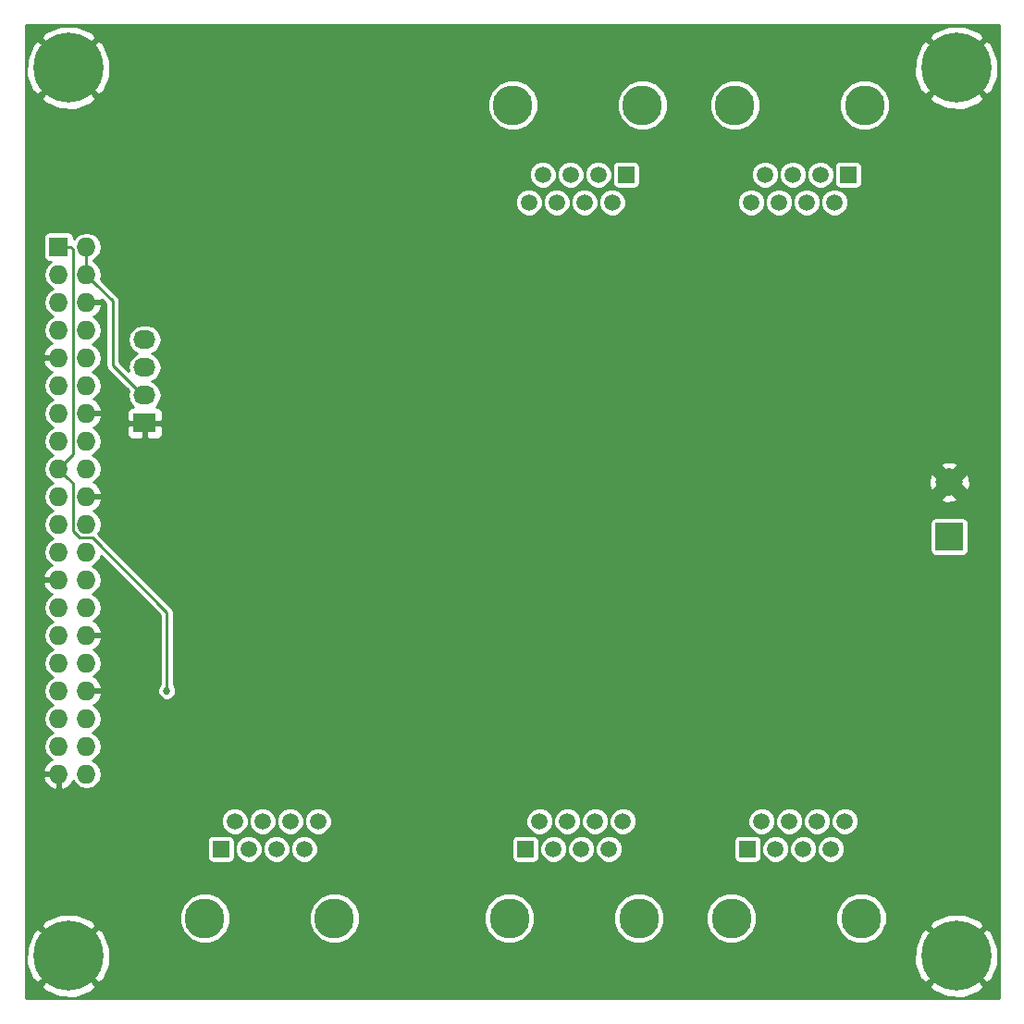
<source format=gbl>
G04 #@! TF.FileFunction,Copper,L2,Bot,Signal*
%FSLAX46Y46*%
G04 Gerber Fmt 4.6, Leading zero omitted, Abs format (unit mm)*
G04 Created by KiCad (PCBNEW 4.0.4-stable) date Tue Nov 29 12:41:02 2016*
%MOMM*%
%LPD*%
G01*
G04 APERTURE LIST*
%ADD10C,0.100000*%
%ADD11R,1.727200X1.727200*%
%ADD12O,1.727200X1.727200*%
%ADD13C,3.649980*%
%ADD14R,1.501140X1.501140*%
%ADD15C,1.501140*%
%ADD16C,2.500000*%
%ADD17R,2.500000X2.500000*%
%ADD18C,6.400000*%
%ADD19R,2.032000X1.727200*%
%ADD20O,2.032000X1.727200*%
%ADD21C,0.685800*%
%ADD22C,0.254000*%
G04 APERTURE END LIST*
D10*
D11*
X102565200Y-73152000D03*
D12*
X105105200Y-73152000D03*
X102565200Y-75692000D03*
X105105200Y-75692000D03*
X102565200Y-78232000D03*
X105105200Y-78232000D03*
X102565200Y-80772000D03*
X105105200Y-80772000D03*
X102565200Y-83312000D03*
X105105200Y-83312000D03*
X102565200Y-85852000D03*
X105105200Y-85852000D03*
X102565200Y-88392000D03*
X105105200Y-88392000D03*
X102565200Y-90932000D03*
X105105200Y-90932000D03*
X102565200Y-93472000D03*
X105105200Y-93472000D03*
X102565200Y-96012000D03*
X105105200Y-96012000D03*
X102565200Y-98552000D03*
X105105200Y-98552000D03*
X102565200Y-101092000D03*
X105105200Y-101092000D03*
X102565200Y-103632000D03*
X105105200Y-103632000D03*
X102565200Y-106172000D03*
X105105200Y-106172000D03*
X102565200Y-108712000D03*
X105105200Y-108712000D03*
X102565200Y-111252000D03*
X105105200Y-111252000D03*
X102565200Y-113792000D03*
X105105200Y-113792000D03*
X102565200Y-116332000D03*
X105105200Y-116332000D03*
X102565200Y-118872000D03*
X105105200Y-118872000D03*
X102565200Y-121412000D03*
X105105200Y-121412000D03*
D13*
X144124681Y-60198000D03*
X155994101Y-60198000D03*
D14*
X154508201Y-66548000D03*
D15*
X153238201Y-69088000D03*
X151968201Y-66548000D03*
X150698201Y-69088000D03*
X149428201Y-66548000D03*
X148158201Y-69088000D03*
X146888201Y-66548000D03*
X145618201Y-69088000D03*
D13*
X164462711Y-60198000D03*
X176332131Y-60198000D03*
D14*
X174846231Y-66548000D03*
D15*
X173576231Y-69088000D03*
X172306231Y-66548000D03*
X171036231Y-69088000D03*
X169766231Y-66548000D03*
X168496231Y-69088000D03*
X167226231Y-66548000D03*
X165956231Y-69088000D03*
D13*
X176031659Y-134620000D03*
X164162239Y-134620000D03*
D14*
X165648139Y-128270000D03*
D15*
X166918139Y-125730000D03*
X168188139Y-128270000D03*
X169458139Y-125730000D03*
X170728139Y-128270000D03*
X171998139Y-125730000D03*
X173268139Y-128270000D03*
X174538139Y-125730000D03*
D13*
X155693629Y-134620000D03*
X143824209Y-134620000D03*
D14*
X145310109Y-128270000D03*
D15*
X146580109Y-125730000D03*
X147850109Y-128270000D03*
X149120109Y-125730000D03*
X150390109Y-128270000D03*
X151660109Y-125730000D03*
X152930109Y-128270000D03*
X154200109Y-125730000D03*
D13*
X127807720Y-134620000D03*
X115938300Y-134620000D03*
D14*
X117424200Y-128270000D03*
D15*
X118694200Y-125730000D03*
X119964200Y-128270000D03*
X121234200Y-125730000D03*
X122504200Y-128270000D03*
X123774200Y-125730000D03*
X125044200Y-128270000D03*
X126314200Y-125730000D03*
D16*
X184099200Y-94695000D03*
D17*
X184099200Y-99695000D03*
D18*
X184734200Y-56769000D03*
X103454200Y-138049000D03*
X103454200Y-56769000D03*
X184734200Y-138049000D03*
D19*
X110439200Y-89281000D03*
D20*
X110439200Y-86741000D03*
X110439200Y-84201000D03*
X110439200Y-81661000D03*
D21*
X119329200Y-77724000D03*
X119837200Y-95631000D03*
X118821200Y-114935000D03*
X135204200Y-104902000D03*
X132664200Y-104902000D03*
X147980400Y-91338400D03*
X150469600Y-91338400D03*
X168402000Y-91338400D03*
X170992800Y-91338400D03*
X172212000Y-103479600D03*
X169621200Y-103479600D03*
X151739600Y-103479600D03*
X149199600Y-103479600D03*
X112471200Y-113792000D03*
D22*
X102565200Y-73152000D02*
X103682800Y-73152000D01*
X103682800Y-73152000D02*
X103860599Y-73329799D01*
X103860599Y-73329799D02*
X103860599Y-92176601D01*
X103860599Y-92176601D02*
X103428799Y-92608401D01*
X103428799Y-92608401D02*
X102565200Y-93472000D01*
X103428799Y-94335599D02*
X102565200Y-93472000D01*
X112471200Y-113792000D02*
X112471200Y-106615990D01*
X103860599Y-99149409D02*
X103860599Y-94767399D01*
X103860599Y-94767399D02*
X103428799Y-94335599D01*
X112471200Y-106615990D02*
X105651811Y-99796601D01*
X105651811Y-99796601D02*
X104507791Y-99796601D01*
X104507791Y-99796601D02*
X103860599Y-99149409D01*
X105105200Y-75692000D02*
X105105200Y-73152000D01*
X110439200Y-86741000D02*
X110286800Y-86741000D01*
X110286800Y-86741000D02*
X107518200Y-83972400D01*
X107518200Y-78105000D02*
X105968799Y-76555599D01*
X107518200Y-83972400D02*
X107518200Y-78105000D01*
X105968799Y-76555599D02*
X105105200Y-75692000D01*
G36*
X188621200Y-141936000D02*
X99567200Y-141936000D01*
X99567200Y-140789910D01*
X100892895Y-140789910D01*
X101259840Y-141285343D01*
X102665371Y-141878736D01*
X104190993Y-141889087D01*
X105604446Y-141314819D01*
X105648560Y-141285343D01*
X106015505Y-140789910D01*
X182172895Y-140789910D01*
X182539840Y-141285343D01*
X183945371Y-141878736D01*
X185470993Y-141889087D01*
X186884446Y-141314819D01*
X186928560Y-141285343D01*
X187295505Y-140789910D01*
X184734200Y-138228605D01*
X182172895Y-140789910D01*
X106015505Y-140789910D01*
X103454200Y-138228605D01*
X100892895Y-140789910D01*
X99567200Y-140789910D01*
X99567200Y-138785793D01*
X99614113Y-138785793D01*
X100188381Y-140199246D01*
X100217857Y-140243360D01*
X100713290Y-140610305D01*
X103274595Y-138049000D01*
X103633805Y-138049000D01*
X106195110Y-140610305D01*
X106690543Y-140243360D01*
X107283936Y-138837829D01*
X107284289Y-138785793D01*
X180894113Y-138785793D01*
X181468381Y-140199246D01*
X181497857Y-140243360D01*
X181993290Y-140610305D01*
X184554595Y-138049000D01*
X184913805Y-138049000D01*
X187475110Y-140610305D01*
X187970543Y-140243360D01*
X188563936Y-138837829D01*
X188574287Y-137312207D01*
X188000019Y-135898754D01*
X187970543Y-135854640D01*
X187475110Y-135487695D01*
X184913805Y-138049000D01*
X184554595Y-138049000D01*
X181993290Y-135487695D01*
X181497857Y-135854640D01*
X180904464Y-137260171D01*
X180894113Y-138785793D01*
X107284289Y-138785793D01*
X107294287Y-137312207D01*
X106720019Y-135898754D01*
X106690543Y-135854640D01*
X106195110Y-135487695D01*
X103633805Y-138049000D01*
X103274595Y-138049000D01*
X100713290Y-135487695D01*
X100217857Y-135854640D01*
X99624464Y-137260171D01*
X99614113Y-138785793D01*
X99567200Y-138785793D01*
X99567200Y-135308090D01*
X100892895Y-135308090D01*
X103454200Y-137869395D01*
X106015505Y-135308090D01*
X105848069Y-135082024D01*
X113604906Y-135082024D01*
X113959334Y-135939806D01*
X114615042Y-136596659D01*
X115472204Y-136952584D01*
X116400324Y-136953394D01*
X117258106Y-136598966D01*
X117914959Y-135943258D01*
X118270884Y-135086096D01*
X118270887Y-135082024D01*
X125474326Y-135082024D01*
X125828754Y-135939806D01*
X126484462Y-136596659D01*
X127341624Y-136952584D01*
X128269744Y-136953394D01*
X129127526Y-136598966D01*
X129784379Y-135943258D01*
X130140304Y-135086096D01*
X130140307Y-135082024D01*
X141490815Y-135082024D01*
X141845243Y-135939806D01*
X142500951Y-136596659D01*
X143358113Y-136952584D01*
X144286233Y-136953394D01*
X145144015Y-136598966D01*
X145800868Y-135943258D01*
X146156793Y-135086096D01*
X146156796Y-135082024D01*
X153360235Y-135082024D01*
X153714663Y-135939806D01*
X154370371Y-136596659D01*
X155227533Y-136952584D01*
X156155653Y-136953394D01*
X157013435Y-136598966D01*
X157670288Y-135943258D01*
X158026213Y-135086096D01*
X158026216Y-135082024D01*
X161828845Y-135082024D01*
X162183273Y-135939806D01*
X162838981Y-136596659D01*
X163696143Y-136952584D01*
X164624263Y-136953394D01*
X165482045Y-136598966D01*
X166138898Y-135943258D01*
X166494823Y-135086096D01*
X166494826Y-135082024D01*
X173698265Y-135082024D01*
X174052693Y-135939806D01*
X174708401Y-136596659D01*
X175565563Y-136952584D01*
X176493683Y-136953394D01*
X177351465Y-136598966D01*
X178008318Y-135943258D01*
X178272062Y-135308090D01*
X182172895Y-135308090D01*
X184734200Y-137869395D01*
X187295505Y-135308090D01*
X186928560Y-134812657D01*
X185523029Y-134219264D01*
X183997407Y-134208913D01*
X182583954Y-134783181D01*
X182539840Y-134812657D01*
X182172895Y-135308090D01*
X178272062Y-135308090D01*
X178364243Y-135086096D01*
X178365053Y-134157976D01*
X178010625Y-133300194D01*
X177354917Y-132643341D01*
X176497755Y-132287416D01*
X175569635Y-132286606D01*
X174711853Y-132641034D01*
X174055000Y-133296742D01*
X173699075Y-134153904D01*
X173698265Y-135082024D01*
X166494826Y-135082024D01*
X166495633Y-134157976D01*
X166141205Y-133300194D01*
X165485497Y-132643341D01*
X164628335Y-132287416D01*
X163700215Y-132286606D01*
X162842433Y-132641034D01*
X162185580Y-133296742D01*
X161829655Y-134153904D01*
X161828845Y-135082024D01*
X158026216Y-135082024D01*
X158027023Y-134157976D01*
X157672595Y-133300194D01*
X157016887Y-132643341D01*
X156159725Y-132287416D01*
X155231605Y-132286606D01*
X154373823Y-132641034D01*
X153716970Y-133296742D01*
X153361045Y-134153904D01*
X153360235Y-135082024D01*
X146156796Y-135082024D01*
X146157603Y-134157976D01*
X145803175Y-133300194D01*
X145147467Y-132643341D01*
X144290305Y-132287416D01*
X143362185Y-132286606D01*
X142504403Y-132641034D01*
X141847550Y-133296742D01*
X141491625Y-134153904D01*
X141490815Y-135082024D01*
X130140307Y-135082024D01*
X130141114Y-134157976D01*
X129786686Y-133300194D01*
X129130978Y-132643341D01*
X128273816Y-132287416D01*
X127345696Y-132286606D01*
X126487914Y-132641034D01*
X125831061Y-133296742D01*
X125475136Y-134153904D01*
X125474326Y-135082024D01*
X118270887Y-135082024D01*
X118271694Y-134157976D01*
X117917266Y-133300194D01*
X117261558Y-132643341D01*
X116404396Y-132287416D01*
X115476276Y-132286606D01*
X114618494Y-132641034D01*
X113961641Y-133296742D01*
X113605716Y-134153904D01*
X113604906Y-135082024D01*
X105848069Y-135082024D01*
X105648560Y-134812657D01*
X104243029Y-134219264D01*
X102717407Y-134208913D01*
X101303954Y-134783181D01*
X101259840Y-134812657D01*
X100892895Y-135308090D01*
X99567200Y-135308090D01*
X99567200Y-127519430D01*
X116155678Y-127519430D01*
X116155678Y-129020570D01*
X116191100Y-129208823D01*
X116302358Y-129381723D01*
X116472118Y-129497715D01*
X116673630Y-129538522D01*
X118174770Y-129538522D01*
X118363023Y-129503100D01*
X118535923Y-129391842D01*
X118651915Y-129222082D01*
X118692722Y-129020570D01*
X118692722Y-128519247D01*
X118705412Y-128519247D01*
X118896614Y-128981991D01*
X119250346Y-129336342D01*
X119712757Y-129528351D01*
X120213447Y-129528788D01*
X120676191Y-129337586D01*
X121030542Y-128983854D01*
X121222551Y-128521443D01*
X121222552Y-128519247D01*
X121245412Y-128519247D01*
X121436614Y-128981991D01*
X121790346Y-129336342D01*
X122252757Y-129528351D01*
X122753447Y-129528788D01*
X123216191Y-129337586D01*
X123570542Y-128983854D01*
X123762551Y-128521443D01*
X123762552Y-128519247D01*
X123785412Y-128519247D01*
X123976614Y-128981991D01*
X124330346Y-129336342D01*
X124792757Y-129528351D01*
X125293447Y-129528788D01*
X125756191Y-129337586D01*
X126110542Y-128983854D01*
X126302551Y-128521443D01*
X126302988Y-128020753D01*
X126111786Y-127558009D01*
X126073275Y-127519430D01*
X144041587Y-127519430D01*
X144041587Y-129020570D01*
X144077009Y-129208823D01*
X144188267Y-129381723D01*
X144358027Y-129497715D01*
X144559539Y-129538522D01*
X146060679Y-129538522D01*
X146248932Y-129503100D01*
X146421832Y-129391842D01*
X146537824Y-129222082D01*
X146578631Y-129020570D01*
X146578631Y-128519247D01*
X146591321Y-128519247D01*
X146782523Y-128981991D01*
X147136255Y-129336342D01*
X147598666Y-129528351D01*
X148099356Y-129528788D01*
X148562100Y-129337586D01*
X148916451Y-128983854D01*
X149108460Y-128521443D01*
X149108461Y-128519247D01*
X149131321Y-128519247D01*
X149322523Y-128981991D01*
X149676255Y-129336342D01*
X150138666Y-129528351D01*
X150639356Y-129528788D01*
X151102100Y-129337586D01*
X151456451Y-128983854D01*
X151648460Y-128521443D01*
X151648461Y-128519247D01*
X151671321Y-128519247D01*
X151862523Y-128981991D01*
X152216255Y-129336342D01*
X152678666Y-129528351D01*
X153179356Y-129528788D01*
X153642100Y-129337586D01*
X153996451Y-128983854D01*
X154188460Y-128521443D01*
X154188897Y-128020753D01*
X153997695Y-127558009D01*
X153959184Y-127519430D01*
X164379617Y-127519430D01*
X164379617Y-129020570D01*
X164415039Y-129208823D01*
X164526297Y-129381723D01*
X164696057Y-129497715D01*
X164897569Y-129538522D01*
X166398709Y-129538522D01*
X166586962Y-129503100D01*
X166759862Y-129391842D01*
X166875854Y-129222082D01*
X166916661Y-129020570D01*
X166916661Y-128519247D01*
X166929351Y-128519247D01*
X167120553Y-128981991D01*
X167474285Y-129336342D01*
X167936696Y-129528351D01*
X168437386Y-129528788D01*
X168900130Y-129337586D01*
X169254481Y-128983854D01*
X169446490Y-128521443D01*
X169446491Y-128519247D01*
X169469351Y-128519247D01*
X169660553Y-128981991D01*
X170014285Y-129336342D01*
X170476696Y-129528351D01*
X170977386Y-129528788D01*
X171440130Y-129337586D01*
X171794481Y-128983854D01*
X171986490Y-128521443D01*
X171986491Y-128519247D01*
X172009351Y-128519247D01*
X172200553Y-128981991D01*
X172554285Y-129336342D01*
X173016696Y-129528351D01*
X173517386Y-129528788D01*
X173980130Y-129337586D01*
X174334481Y-128983854D01*
X174526490Y-128521443D01*
X174526927Y-128020753D01*
X174335725Y-127558009D01*
X173981993Y-127203658D01*
X173519582Y-127011649D01*
X173018892Y-127011212D01*
X172556148Y-127202414D01*
X172201797Y-127556146D01*
X172009788Y-128018557D01*
X172009351Y-128519247D01*
X171986491Y-128519247D01*
X171986927Y-128020753D01*
X171795725Y-127558009D01*
X171441993Y-127203658D01*
X170979582Y-127011649D01*
X170478892Y-127011212D01*
X170016148Y-127202414D01*
X169661797Y-127556146D01*
X169469788Y-128018557D01*
X169469351Y-128519247D01*
X169446491Y-128519247D01*
X169446927Y-128020753D01*
X169255725Y-127558009D01*
X168901993Y-127203658D01*
X168439582Y-127011649D01*
X167938892Y-127011212D01*
X167476148Y-127202414D01*
X167121797Y-127556146D01*
X166929788Y-128018557D01*
X166929351Y-128519247D01*
X166916661Y-128519247D01*
X166916661Y-127519430D01*
X166881239Y-127331177D01*
X166769981Y-127158277D01*
X166600221Y-127042285D01*
X166398709Y-127001478D01*
X164897569Y-127001478D01*
X164709316Y-127036900D01*
X164536416Y-127148158D01*
X164420424Y-127317918D01*
X164379617Y-127519430D01*
X153959184Y-127519430D01*
X153643963Y-127203658D01*
X153181552Y-127011649D01*
X152680862Y-127011212D01*
X152218118Y-127202414D01*
X151863767Y-127556146D01*
X151671758Y-128018557D01*
X151671321Y-128519247D01*
X151648461Y-128519247D01*
X151648897Y-128020753D01*
X151457695Y-127558009D01*
X151103963Y-127203658D01*
X150641552Y-127011649D01*
X150140862Y-127011212D01*
X149678118Y-127202414D01*
X149323767Y-127556146D01*
X149131758Y-128018557D01*
X149131321Y-128519247D01*
X149108461Y-128519247D01*
X149108897Y-128020753D01*
X148917695Y-127558009D01*
X148563963Y-127203658D01*
X148101552Y-127011649D01*
X147600862Y-127011212D01*
X147138118Y-127202414D01*
X146783767Y-127556146D01*
X146591758Y-128018557D01*
X146591321Y-128519247D01*
X146578631Y-128519247D01*
X146578631Y-127519430D01*
X146543209Y-127331177D01*
X146431951Y-127158277D01*
X146262191Y-127042285D01*
X146060679Y-127001478D01*
X144559539Y-127001478D01*
X144371286Y-127036900D01*
X144198386Y-127148158D01*
X144082394Y-127317918D01*
X144041587Y-127519430D01*
X126073275Y-127519430D01*
X125758054Y-127203658D01*
X125295643Y-127011649D01*
X124794953Y-127011212D01*
X124332209Y-127202414D01*
X123977858Y-127556146D01*
X123785849Y-128018557D01*
X123785412Y-128519247D01*
X123762552Y-128519247D01*
X123762988Y-128020753D01*
X123571786Y-127558009D01*
X123218054Y-127203658D01*
X122755643Y-127011649D01*
X122254953Y-127011212D01*
X121792209Y-127202414D01*
X121437858Y-127556146D01*
X121245849Y-128018557D01*
X121245412Y-128519247D01*
X121222552Y-128519247D01*
X121222988Y-128020753D01*
X121031786Y-127558009D01*
X120678054Y-127203658D01*
X120215643Y-127011649D01*
X119714953Y-127011212D01*
X119252209Y-127202414D01*
X118897858Y-127556146D01*
X118705849Y-128018557D01*
X118705412Y-128519247D01*
X118692722Y-128519247D01*
X118692722Y-127519430D01*
X118657300Y-127331177D01*
X118546042Y-127158277D01*
X118376282Y-127042285D01*
X118174770Y-127001478D01*
X116673630Y-127001478D01*
X116485377Y-127036900D01*
X116312477Y-127148158D01*
X116196485Y-127317918D01*
X116155678Y-127519430D01*
X99567200Y-127519430D01*
X99567200Y-125979247D01*
X117435412Y-125979247D01*
X117626614Y-126441991D01*
X117980346Y-126796342D01*
X118442757Y-126988351D01*
X118943447Y-126988788D01*
X119406191Y-126797586D01*
X119760542Y-126443854D01*
X119952551Y-125981443D01*
X119952552Y-125979247D01*
X119975412Y-125979247D01*
X120166614Y-126441991D01*
X120520346Y-126796342D01*
X120982757Y-126988351D01*
X121483447Y-126988788D01*
X121946191Y-126797586D01*
X122300542Y-126443854D01*
X122492551Y-125981443D01*
X122492552Y-125979247D01*
X122515412Y-125979247D01*
X122706614Y-126441991D01*
X123060346Y-126796342D01*
X123522757Y-126988351D01*
X124023447Y-126988788D01*
X124486191Y-126797586D01*
X124840542Y-126443854D01*
X125032551Y-125981443D01*
X125032552Y-125979247D01*
X125055412Y-125979247D01*
X125246614Y-126441991D01*
X125600346Y-126796342D01*
X126062757Y-126988351D01*
X126563447Y-126988788D01*
X127026191Y-126797586D01*
X127380542Y-126443854D01*
X127572551Y-125981443D01*
X127572552Y-125979247D01*
X145321321Y-125979247D01*
X145512523Y-126441991D01*
X145866255Y-126796342D01*
X146328666Y-126988351D01*
X146829356Y-126988788D01*
X147292100Y-126797586D01*
X147646451Y-126443854D01*
X147838460Y-125981443D01*
X147838461Y-125979247D01*
X147861321Y-125979247D01*
X148052523Y-126441991D01*
X148406255Y-126796342D01*
X148868666Y-126988351D01*
X149369356Y-126988788D01*
X149832100Y-126797586D01*
X150186451Y-126443854D01*
X150378460Y-125981443D01*
X150378461Y-125979247D01*
X150401321Y-125979247D01*
X150592523Y-126441991D01*
X150946255Y-126796342D01*
X151408666Y-126988351D01*
X151909356Y-126988788D01*
X152372100Y-126797586D01*
X152726451Y-126443854D01*
X152918460Y-125981443D01*
X152918461Y-125979247D01*
X152941321Y-125979247D01*
X153132523Y-126441991D01*
X153486255Y-126796342D01*
X153948666Y-126988351D01*
X154449356Y-126988788D01*
X154912100Y-126797586D01*
X155266451Y-126443854D01*
X155458460Y-125981443D01*
X155458461Y-125979247D01*
X165659351Y-125979247D01*
X165850553Y-126441991D01*
X166204285Y-126796342D01*
X166666696Y-126988351D01*
X167167386Y-126988788D01*
X167630130Y-126797586D01*
X167984481Y-126443854D01*
X168176490Y-125981443D01*
X168176491Y-125979247D01*
X168199351Y-125979247D01*
X168390553Y-126441991D01*
X168744285Y-126796342D01*
X169206696Y-126988351D01*
X169707386Y-126988788D01*
X170170130Y-126797586D01*
X170524481Y-126443854D01*
X170716490Y-125981443D01*
X170716491Y-125979247D01*
X170739351Y-125979247D01*
X170930553Y-126441991D01*
X171284285Y-126796342D01*
X171746696Y-126988351D01*
X172247386Y-126988788D01*
X172710130Y-126797586D01*
X173064481Y-126443854D01*
X173256490Y-125981443D01*
X173256491Y-125979247D01*
X173279351Y-125979247D01*
X173470553Y-126441991D01*
X173824285Y-126796342D01*
X174286696Y-126988351D01*
X174787386Y-126988788D01*
X175250130Y-126797586D01*
X175604481Y-126443854D01*
X175796490Y-125981443D01*
X175796927Y-125480753D01*
X175605725Y-125018009D01*
X175251993Y-124663658D01*
X174789582Y-124471649D01*
X174288892Y-124471212D01*
X173826148Y-124662414D01*
X173471797Y-125016146D01*
X173279788Y-125478557D01*
X173279351Y-125979247D01*
X173256491Y-125979247D01*
X173256927Y-125480753D01*
X173065725Y-125018009D01*
X172711993Y-124663658D01*
X172249582Y-124471649D01*
X171748892Y-124471212D01*
X171286148Y-124662414D01*
X170931797Y-125016146D01*
X170739788Y-125478557D01*
X170739351Y-125979247D01*
X170716491Y-125979247D01*
X170716927Y-125480753D01*
X170525725Y-125018009D01*
X170171993Y-124663658D01*
X169709582Y-124471649D01*
X169208892Y-124471212D01*
X168746148Y-124662414D01*
X168391797Y-125016146D01*
X168199788Y-125478557D01*
X168199351Y-125979247D01*
X168176491Y-125979247D01*
X168176927Y-125480753D01*
X167985725Y-125018009D01*
X167631993Y-124663658D01*
X167169582Y-124471649D01*
X166668892Y-124471212D01*
X166206148Y-124662414D01*
X165851797Y-125016146D01*
X165659788Y-125478557D01*
X165659351Y-125979247D01*
X155458461Y-125979247D01*
X155458897Y-125480753D01*
X155267695Y-125018009D01*
X154913963Y-124663658D01*
X154451552Y-124471649D01*
X153950862Y-124471212D01*
X153488118Y-124662414D01*
X153133767Y-125016146D01*
X152941758Y-125478557D01*
X152941321Y-125979247D01*
X152918461Y-125979247D01*
X152918897Y-125480753D01*
X152727695Y-125018009D01*
X152373963Y-124663658D01*
X151911552Y-124471649D01*
X151410862Y-124471212D01*
X150948118Y-124662414D01*
X150593767Y-125016146D01*
X150401758Y-125478557D01*
X150401321Y-125979247D01*
X150378461Y-125979247D01*
X150378897Y-125480753D01*
X150187695Y-125018009D01*
X149833963Y-124663658D01*
X149371552Y-124471649D01*
X148870862Y-124471212D01*
X148408118Y-124662414D01*
X148053767Y-125016146D01*
X147861758Y-125478557D01*
X147861321Y-125979247D01*
X147838461Y-125979247D01*
X147838897Y-125480753D01*
X147647695Y-125018009D01*
X147293963Y-124663658D01*
X146831552Y-124471649D01*
X146330862Y-124471212D01*
X145868118Y-124662414D01*
X145513767Y-125016146D01*
X145321758Y-125478557D01*
X145321321Y-125979247D01*
X127572552Y-125979247D01*
X127572988Y-125480753D01*
X127381786Y-125018009D01*
X127028054Y-124663658D01*
X126565643Y-124471649D01*
X126064953Y-124471212D01*
X125602209Y-124662414D01*
X125247858Y-125016146D01*
X125055849Y-125478557D01*
X125055412Y-125979247D01*
X125032552Y-125979247D01*
X125032988Y-125480753D01*
X124841786Y-125018009D01*
X124488054Y-124663658D01*
X124025643Y-124471649D01*
X123524953Y-124471212D01*
X123062209Y-124662414D01*
X122707858Y-125016146D01*
X122515849Y-125478557D01*
X122515412Y-125979247D01*
X122492552Y-125979247D01*
X122492988Y-125480753D01*
X122301786Y-125018009D01*
X121948054Y-124663658D01*
X121485643Y-124471649D01*
X120984953Y-124471212D01*
X120522209Y-124662414D01*
X120167858Y-125016146D01*
X119975849Y-125478557D01*
X119975412Y-125979247D01*
X119952552Y-125979247D01*
X119952988Y-125480753D01*
X119761786Y-125018009D01*
X119408054Y-124663658D01*
X118945643Y-124471649D01*
X118444953Y-124471212D01*
X117982209Y-124662414D01*
X117627858Y-125016146D01*
X117435849Y-125478557D01*
X117435412Y-125979247D01*
X99567200Y-125979247D01*
X99567200Y-121771026D01*
X101110242Y-121771026D01*
X101282512Y-122186947D01*
X101676710Y-122618821D01*
X102206173Y-122866968D01*
X102438200Y-122746469D01*
X102438200Y-121539000D01*
X101231383Y-121539000D01*
X101110242Y-121771026D01*
X99567200Y-121771026D01*
X99567200Y-82952974D01*
X101110242Y-82952974D01*
X101231383Y-83185000D01*
X102438200Y-83185000D01*
X102438200Y-83165000D01*
X102692200Y-83165000D01*
X102692200Y-83185000D01*
X102712200Y-83185000D01*
X102712200Y-83439000D01*
X102692200Y-83439000D01*
X102692200Y-83459000D01*
X102438200Y-83459000D01*
X102438200Y-83439000D01*
X101231383Y-83439000D01*
X101110242Y-83671026D01*
X101282512Y-84086947D01*
X101676710Y-84518821D01*
X101932663Y-84638780D01*
X101568461Y-84882132D01*
X101271136Y-85327111D01*
X101166729Y-85852000D01*
X101271136Y-86376889D01*
X101568461Y-86821868D01*
X102013440Y-87119193D01*
X102027552Y-87122000D01*
X102013440Y-87124807D01*
X101568461Y-87422132D01*
X101271136Y-87867111D01*
X101166729Y-88392000D01*
X101271136Y-88916889D01*
X101568461Y-89361868D01*
X102013440Y-89659193D01*
X102027552Y-89662000D01*
X102013440Y-89664807D01*
X101568461Y-89962132D01*
X101271136Y-90407111D01*
X101166729Y-90932000D01*
X101271136Y-91456889D01*
X101568461Y-91901868D01*
X102013440Y-92199193D01*
X102027552Y-92202000D01*
X102013440Y-92204807D01*
X101568461Y-92502132D01*
X101271136Y-92947111D01*
X101166729Y-93472000D01*
X101271136Y-93996889D01*
X101568461Y-94441868D01*
X102013440Y-94739193D01*
X102027552Y-94742000D01*
X102013440Y-94744807D01*
X101568461Y-95042132D01*
X101271136Y-95487111D01*
X101166729Y-96012000D01*
X101271136Y-96536889D01*
X101568461Y-96981868D01*
X102013440Y-97279193D01*
X102027552Y-97282000D01*
X102013440Y-97284807D01*
X101568461Y-97582132D01*
X101271136Y-98027111D01*
X101166729Y-98552000D01*
X101271136Y-99076889D01*
X101568461Y-99521868D01*
X102013440Y-99819193D01*
X102027552Y-99822000D01*
X102013440Y-99824807D01*
X101568461Y-100122132D01*
X101271136Y-100567111D01*
X101166729Y-101092000D01*
X101271136Y-101616889D01*
X101568461Y-102061868D01*
X101932663Y-102305220D01*
X101676710Y-102425179D01*
X101282512Y-102857053D01*
X101110242Y-103272974D01*
X101231383Y-103505000D01*
X102438200Y-103505000D01*
X102438200Y-103485000D01*
X102692200Y-103485000D01*
X102692200Y-103505000D01*
X102712200Y-103505000D01*
X102712200Y-103759000D01*
X102692200Y-103759000D01*
X102692200Y-103779000D01*
X102438200Y-103779000D01*
X102438200Y-103759000D01*
X101231383Y-103759000D01*
X101110242Y-103991026D01*
X101282512Y-104406947D01*
X101676710Y-104838821D01*
X101932663Y-104958780D01*
X101568461Y-105202132D01*
X101271136Y-105647111D01*
X101166729Y-106172000D01*
X101271136Y-106696889D01*
X101568461Y-107141868D01*
X102013440Y-107439193D01*
X102027552Y-107442000D01*
X102013440Y-107444807D01*
X101568461Y-107742132D01*
X101271136Y-108187111D01*
X101166729Y-108712000D01*
X101271136Y-109236889D01*
X101568461Y-109681868D01*
X102013440Y-109979193D01*
X102027552Y-109982000D01*
X102013440Y-109984807D01*
X101568461Y-110282132D01*
X101271136Y-110727111D01*
X101166729Y-111252000D01*
X101271136Y-111776889D01*
X101568461Y-112221868D01*
X102013440Y-112519193D01*
X102027552Y-112522000D01*
X102013440Y-112524807D01*
X101568461Y-112822132D01*
X101271136Y-113267111D01*
X101166729Y-113792000D01*
X101271136Y-114316889D01*
X101568461Y-114761868D01*
X102013440Y-115059193D01*
X102027552Y-115062000D01*
X102013440Y-115064807D01*
X101568461Y-115362132D01*
X101271136Y-115807111D01*
X101166729Y-116332000D01*
X101271136Y-116856889D01*
X101568461Y-117301868D01*
X102013440Y-117599193D01*
X102027552Y-117602000D01*
X102013440Y-117604807D01*
X101568461Y-117902132D01*
X101271136Y-118347111D01*
X101166729Y-118872000D01*
X101271136Y-119396889D01*
X101568461Y-119841868D01*
X101932663Y-120085220D01*
X101676710Y-120205179D01*
X101282512Y-120637053D01*
X101110242Y-121052974D01*
X101231383Y-121285000D01*
X102438200Y-121285000D01*
X102438200Y-121265000D01*
X102692200Y-121265000D01*
X102692200Y-121285000D01*
X102712200Y-121285000D01*
X102712200Y-121539000D01*
X102692200Y-121539000D01*
X102692200Y-122746469D01*
X102924227Y-122866968D01*
X103453690Y-122618821D01*
X103847888Y-122186947D01*
X103897762Y-122066534D01*
X104108461Y-122381868D01*
X104553440Y-122679193D01*
X105078329Y-122783600D01*
X105132071Y-122783600D01*
X105656960Y-122679193D01*
X106101939Y-122381868D01*
X106399264Y-121936889D01*
X106503671Y-121412000D01*
X106399264Y-120887111D01*
X106101939Y-120442132D01*
X105656960Y-120144807D01*
X105642848Y-120142000D01*
X105656960Y-120139193D01*
X106101939Y-119841868D01*
X106399264Y-119396889D01*
X106503671Y-118872000D01*
X106399264Y-118347111D01*
X106101939Y-117902132D01*
X105656960Y-117604807D01*
X105642848Y-117602000D01*
X105656960Y-117599193D01*
X106101939Y-117301868D01*
X106399264Y-116856889D01*
X106503671Y-116332000D01*
X106399264Y-115807111D01*
X106101939Y-115362132D01*
X105737737Y-115118780D01*
X105993690Y-114998821D01*
X106387888Y-114566947D01*
X106560158Y-114151026D01*
X106439017Y-113919000D01*
X105232200Y-113919000D01*
X105232200Y-113939000D01*
X104978200Y-113939000D01*
X104978200Y-113919000D01*
X104958200Y-113919000D01*
X104958200Y-113665000D01*
X104978200Y-113665000D01*
X104978200Y-113645000D01*
X105232200Y-113645000D01*
X105232200Y-113665000D01*
X106439017Y-113665000D01*
X106560158Y-113432974D01*
X106387888Y-113017053D01*
X105993690Y-112585179D01*
X105737737Y-112465220D01*
X106101939Y-112221868D01*
X106399264Y-111776889D01*
X106503671Y-111252000D01*
X106399264Y-110727111D01*
X106101939Y-110282132D01*
X105737737Y-110038780D01*
X105993690Y-109918821D01*
X106387888Y-109486947D01*
X106560158Y-109071026D01*
X106439017Y-108839000D01*
X105232200Y-108839000D01*
X105232200Y-108859000D01*
X104978200Y-108859000D01*
X104978200Y-108839000D01*
X104958200Y-108839000D01*
X104958200Y-108585000D01*
X104978200Y-108585000D01*
X104978200Y-108565000D01*
X105232200Y-108565000D01*
X105232200Y-108585000D01*
X106439017Y-108585000D01*
X106560158Y-108352974D01*
X106387888Y-107937053D01*
X105993690Y-107505179D01*
X105737737Y-107385220D01*
X106101939Y-107141868D01*
X106399264Y-106696889D01*
X106503671Y-106172000D01*
X106399264Y-105647111D01*
X106101939Y-105202132D01*
X105656960Y-104904807D01*
X105642848Y-104902000D01*
X105656960Y-104899193D01*
X106101939Y-104601868D01*
X106399264Y-104156889D01*
X106503671Y-103632000D01*
X106399264Y-103107111D01*
X106101939Y-102662132D01*
X105656960Y-102364807D01*
X105642848Y-102362000D01*
X105656960Y-102359193D01*
X106101939Y-102061868D01*
X106399264Y-101616889D01*
X106428267Y-101471083D01*
X111836200Y-106879016D01*
X111836200Y-113223588D01*
X111750263Y-113309375D01*
X111620448Y-113622003D01*
X111620153Y-113960512D01*
X111749422Y-114273366D01*
X111988575Y-114512937D01*
X112301203Y-114642752D01*
X112639712Y-114643047D01*
X112952566Y-114513778D01*
X113192137Y-114274625D01*
X113321952Y-113961997D01*
X113322247Y-113623488D01*
X113192978Y-113310634D01*
X113106200Y-113223704D01*
X113106200Y-106615990D01*
X113057864Y-106372986D01*
X113057864Y-106372985D01*
X112920213Y-106166977D01*
X106171299Y-99418063D01*
X106399264Y-99076889D01*
X106503671Y-98552000D01*
X106482388Y-98445000D01*
X182331248Y-98445000D01*
X182331248Y-100945000D01*
X182366670Y-101133253D01*
X182477928Y-101306153D01*
X182647688Y-101422145D01*
X182849200Y-101462952D01*
X185349200Y-101462952D01*
X185537453Y-101427530D01*
X185710353Y-101316272D01*
X185826345Y-101146512D01*
X185867152Y-100945000D01*
X185867152Y-98445000D01*
X185831730Y-98256747D01*
X185720472Y-98083847D01*
X185550712Y-97967855D01*
X185349200Y-97927048D01*
X182849200Y-97927048D01*
X182660947Y-97962470D01*
X182488047Y-98073728D01*
X182372055Y-98243488D01*
X182331248Y-98445000D01*
X106482388Y-98445000D01*
X106399264Y-98027111D01*
X106101939Y-97582132D01*
X105737737Y-97338780D01*
X105993690Y-97218821D01*
X106387888Y-96786947D01*
X106560158Y-96371026D01*
X106439017Y-96139000D01*
X105232200Y-96139000D01*
X105232200Y-96159000D01*
X104978200Y-96159000D01*
X104978200Y-96139000D01*
X104958200Y-96139000D01*
X104958200Y-96028320D01*
X182945485Y-96028320D01*
X183074733Y-96321123D01*
X183775006Y-96589388D01*
X184524635Y-96569250D01*
X185123667Y-96321123D01*
X185252915Y-96028320D01*
X184099200Y-94874605D01*
X182945485Y-96028320D01*
X104958200Y-96028320D01*
X104958200Y-95885000D01*
X104978200Y-95885000D01*
X104978200Y-95865000D01*
X105232200Y-95865000D01*
X105232200Y-95885000D01*
X106439017Y-95885000D01*
X106560158Y-95652974D01*
X106387888Y-95237053D01*
X105993690Y-94805179D01*
X105737737Y-94685220D01*
X106101939Y-94441868D01*
X106149421Y-94370806D01*
X182204812Y-94370806D01*
X182224950Y-95120435D01*
X182473077Y-95719467D01*
X182765880Y-95848715D01*
X183919595Y-94695000D01*
X184278805Y-94695000D01*
X185432520Y-95848715D01*
X185725323Y-95719467D01*
X185993588Y-95019194D01*
X185973450Y-94269565D01*
X185725323Y-93670533D01*
X185432520Y-93541285D01*
X184278805Y-94695000D01*
X183919595Y-94695000D01*
X182765880Y-93541285D01*
X182473077Y-93670533D01*
X182204812Y-94370806D01*
X106149421Y-94370806D01*
X106399264Y-93996889D01*
X106503671Y-93472000D01*
X106481727Y-93361680D01*
X182945485Y-93361680D01*
X184099200Y-94515395D01*
X185252915Y-93361680D01*
X185123667Y-93068877D01*
X184423394Y-92800612D01*
X183673765Y-92820750D01*
X183074733Y-93068877D01*
X182945485Y-93361680D01*
X106481727Y-93361680D01*
X106399264Y-92947111D01*
X106101939Y-92502132D01*
X105656960Y-92204807D01*
X105642848Y-92202000D01*
X105656960Y-92199193D01*
X106101939Y-91901868D01*
X106399264Y-91456889D01*
X106503671Y-90932000D01*
X106399264Y-90407111D01*
X106101939Y-89962132D01*
X105737737Y-89718780D01*
X105993690Y-89598821D01*
X106022963Y-89566750D01*
X108788200Y-89566750D01*
X108788200Y-90270910D01*
X108884873Y-90504299D01*
X109063502Y-90682927D01*
X109296891Y-90779600D01*
X110153450Y-90779600D01*
X110312200Y-90620850D01*
X110312200Y-89408000D01*
X110566200Y-89408000D01*
X110566200Y-90620850D01*
X110724950Y-90779600D01*
X111581509Y-90779600D01*
X111814898Y-90682927D01*
X111993527Y-90504299D01*
X112090200Y-90270910D01*
X112090200Y-89566750D01*
X111931450Y-89408000D01*
X110566200Y-89408000D01*
X110312200Y-89408000D01*
X108946950Y-89408000D01*
X108788200Y-89566750D01*
X106022963Y-89566750D01*
X106387888Y-89166947D01*
X106560158Y-88751026D01*
X106439017Y-88519000D01*
X105232200Y-88519000D01*
X105232200Y-88539000D01*
X104978200Y-88539000D01*
X104978200Y-88519000D01*
X104958200Y-88519000D01*
X104958200Y-88265000D01*
X104978200Y-88265000D01*
X104978200Y-88245000D01*
X105232200Y-88245000D01*
X105232200Y-88265000D01*
X106439017Y-88265000D01*
X106560158Y-88032974D01*
X106387888Y-87617053D01*
X105993690Y-87185179D01*
X105737737Y-87065220D01*
X106101939Y-86821868D01*
X106399264Y-86376889D01*
X106503671Y-85852000D01*
X106399264Y-85327111D01*
X106101939Y-84882132D01*
X105656960Y-84584807D01*
X105642848Y-84582000D01*
X105656960Y-84579193D01*
X106101939Y-84281868D01*
X106399264Y-83836889D01*
X106503671Y-83312000D01*
X106399264Y-82787111D01*
X106101939Y-82342132D01*
X105656960Y-82044807D01*
X105642848Y-82042000D01*
X105656960Y-82039193D01*
X106101939Y-81741868D01*
X106399264Y-81296889D01*
X106503671Y-80772000D01*
X106399264Y-80247111D01*
X106101939Y-79802132D01*
X105737737Y-79558780D01*
X105993690Y-79438821D01*
X106387888Y-79006947D01*
X106560158Y-78591026D01*
X106439017Y-78359000D01*
X105232200Y-78359000D01*
X105232200Y-78379000D01*
X104978200Y-78379000D01*
X104978200Y-78359000D01*
X104958200Y-78359000D01*
X104958200Y-78105000D01*
X104978200Y-78105000D01*
X104978200Y-78085000D01*
X105232200Y-78085000D01*
X105232200Y-78105000D01*
X106439017Y-78105000D01*
X106501156Y-77985982D01*
X106883200Y-78368026D01*
X106883200Y-83972400D01*
X106931536Y-84215404D01*
X107069187Y-84421413D01*
X108968868Y-86321094D01*
X108885343Y-86741000D01*
X108989750Y-87265889D01*
X109287075Y-87710868D01*
X109394130Y-87782400D01*
X109296891Y-87782400D01*
X109063502Y-87879073D01*
X108884873Y-88057701D01*
X108788200Y-88291090D01*
X108788200Y-88995250D01*
X108946950Y-89154000D01*
X110312200Y-89154000D01*
X110312200Y-89134000D01*
X110566200Y-89134000D01*
X110566200Y-89154000D01*
X111931450Y-89154000D01*
X112090200Y-88995250D01*
X112090200Y-88291090D01*
X111993527Y-88057701D01*
X111814898Y-87879073D01*
X111581509Y-87782400D01*
X111484270Y-87782400D01*
X111591325Y-87710868D01*
X111888650Y-87265889D01*
X111993057Y-86741000D01*
X111888650Y-86216111D01*
X111591325Y-85771132D01*
X111146346Y-85473807D01*
X111132234Y-85471000D01*
X111146346Y-85468193D01*
X111591325Y-85170868D01*
X111888650Y-84725889D01*
X111993057Y-84201000D01*
X111888650Y-83676111D01*
X111591325Y-83231132D01*
X111146346Y-82933807D01*
X111132234Y-82931000D01*
X111146346Y-82928193D01*
X111591325Y-82630868D01*
X111888650Y-82185889D01*
X111993057Y-81661000D01*
X111888650Y-81136111D01*
X111591325Y-80691132D01*
X111146346Y-80393807D01*
X110621457Y-80289400D01*
X110256943Y-80289400D01*
X109732054Y-80393807D01*
X109287075Y-80691132D01*
X108989750Y-81136111D01*
X108885343Y-81661000D01*
X108989750Y-82185889D01*
X109287075Y-82630868D01*
X109732054Y-82928193D01*
X109746166Y-82931000D01*
X109732054Y-82933807D01*
X109287075Y-83231132D01*
X108989750Y-83676111D01*
X108885343Y-84201000D01*
X108945064Y-84501238D01*
X108153200Y-83709374D01*
X108153200Y-78105000D01*
X108104864Y-77861996D01*
X107967213Y-77655987D01*
X106420642Y-76109416D01*
X106503671Y-75692000D01*
X106399264Y-75167111D01*
X106101939Y-74722132D01*
X105740200Y-74480426D01*
X105740200Y-74363574D01*
X106101939Y-74121868D01*
X106399264Y-73676889D01*
X106503671Y-73152000D01*
X106399264Y-72627111D01*
X106101939Y-72182132D01*
X105656960Y-71884807D01*
X105132071Y-71780400D01*
X105078329Y-71780400D01*
X104553440Y-71884807D01*
X104108461Y-72182132D01*
X103946752Y-72424147D01*
X103946752Y-72288400D01*
X103911330Y-72100147D01*
X103800072Y-71927247D01*
X103630312Y-71811255D01*
X103428800Y-71770448D01*
X101701600Y-71770448D01*
X101513347Y-71805870D01*
X101340447Y-71917128D01*
X101224455Y-72086888D01*
X101183648Y-72288400D01*
X101183648Y-74015600D01*
X101219070Y-74203853D01*
X101330328Y-74376753D01*
X101500088Y-74492745D01*
X101701600Y-74533552D01*
X101850691Y-74533552D01*
X101568461Y-74722132D01*
X101271136Y-75167111D01*
X101166729Y-75692000D01*
X101271136Y-76216889D01*
X101568461Y-76661868D01*
X102013440Y-76959193D01*
X102027552Y-76962000D01*
X102013440Y-76964807D01*
X101568461Y-77262132D01*
X101271136Y-77707111D01*
X101166729Y-78232000D01*
X101271136Y-78756889D01*
X101568461Y-79201868D01*
X102013440Y-79499193D01*
X102027552Y-79502000D01*
X102013440Y-79504807D01*
X101568461Y-79802132D01*
X101271136Y-80247111D01*
X101166729Y-80772000D01*
X101271136Y-81296889D01*
X101568461Y-81741868D01*
X101932663Y-81985220D01*
X101676710Y-82105179D01*
X101282512Y-82537053D01*
X101110242Y-82952974D01*
X99567200Y-82952974D01*
X99567200Y-69337247D01*
X144359413Y-69337247D01*
X144550615Y-69799991D01*
X144904347Y-70154342D01*
X145366758Y-70346351D01*
X145867448Y-70346788D01*
X146330192Y-70155586D01*
X146684543Y-69801854D01*
X146876552Y-69339443D01*
X146876553Y-69337247D01*
X146899413Y-69337247D01*
X147090615Y-69799991D01*
X147444347Y-70154342D01*
X147906758Y-70346351D01*
X148407448Y-70346788D01*
X148870192Y-70155586D01*
X149224543Y-69801854D01*
X149416552Y-69339443D01*
X149416553Y-69337247D01*
X149439413Y-69337247D01*
X149630615Y-69799991D01*
X149984347Y-70154342D01*
X150446758Y-70346351D01*
X150947448Y-70346788D01*
X151410192Y-70155586D01*
X151764543Y-69801854D01*
X151956552Y-69339443D01*
X151956553Y-69337247D01*
X151979413Y-69337247D01*
X152170615Y-69799991D01*
X152524347Y-70154342D01*
X152986758Y-70346351D01*
X153487448Y-70346788D01*
X153950192Y-70155586D01*
X154304543Y-69801854D01*
X154496552Y-69339443D01*
X154496553Y-69337247D01*
X164697443Y-69337247D01*
X164888645Y-69799991D01*
X165242377Y-70154342D01*
X165704788Y-70346351D01*
X166205478Y-70346788D01*
X166668222Y-70155586D01*
X167022573Y-69801854D01*
X167214582Y-69339443D01*
X167214583Y-69337247D01*
X167237443Y-69337247D01*
X167428645Y-69799991D01*
X167782377Y-70154342D01*
X168244788Y-70346351D01*
X168745478Y-70346788D01*
X169208222Y-70155586D01*
X169562573Y-69801854D01*
X169754582Y-69339443D01*
X169754583Y-69337247D01*
X169777443Y-69337247D01*
X169968645Y-69799991D01*
X170322377Y-70154342D01*
X170784788Y-70346351D01*
X171285478Y-70346788D01*
X171748222Y-70155586D01*
X172102573Y-69801854D01*
X172294582Y-69339443D01*
X172294583Y-69337247D01*
X172317443Y-69337247D01*
X172508645Y-69799991D01*
X172862377Y-70154342D01*
X173324788Y-70346351D01*
X173825478Y-70346788D01*
X174288222Y-70155586D01*
X174642573Y-69801854D01*
X174834582Y-69339443D01*
X174835019Y-68838753D01*
X174643817Y-68376009D01*
X174290085Y-68021658D01*
X173827674Y-67829649D01*
X173326984Y-67829212D01*
X172864240Y-68020414D01*
X172509889Y-68374146D01*
X172317880Y-68836557D01*
X172317443Y-69337247D01*
X172294583Y-69337247D01*
X172295019Y-68838753D01*
X172103817Y-68376009D01*
X171750085Y-68021658D01*
X171287674Y-67829649D01*
X170786984Y-67829212D01*
X170324240Y-68020414D01*
X169969889Y-68374146D01*
X169777880Y-68836557D01*
X169777443Y-69337247D01*
X169754583Y-69337247D01*
X169755019Y-68838753D01*
X169563817Y-68376009D01*
X169210085Y-68021658D01*
X168747674Y-67829649D01*
X168246984Y-67829212D01*
X167784240Y-68020414D01*
X167429889Y-68374146D01*
X167237880Y-68836557D01*
X167237443Y-69337247D01*
X167214583Y-69337247D01*
X167215019Y-68838753D01*
X167023817Y-68376009D01*
X166670085Y-68021658D01*
X166207674Y-67829649D01*
X165706984Y-67829212D01*
X165244240Y-68020414D01*
X164889889Y-68374146D01*
X164697880Y-68836557D01*
X164697443Y-69337247D01*
X154496553Y-69337247D01*
X154496989Y-68838753D01*
X154305787Y-68376009D01*
X153952055Y-68021658D01*
X153489644Y-67829649D01*
X152988954Y-67829212D01*
X152526210Y-68020414D01*
X152171859Y-68374146D01*
X151979850Y-68836557D01*
X151979413Y-69337247D01*
X151956553Y-69337247D01*
X151956989Y-68838753D01*
X151765787Y-68376009D01*
X151412055Y-68021658D01*
X150949644Y-67829649D01*
X150448954Y-67829212D01*
X149986210Y-68020414D01*
X149631859Y-68374146D01*
X149439850Y-68836557D01*
X149439413Y-69337247D01*
X149416553Y-69337247D01*
X149416989Y-68838753D01*
X149225787Y-68376009D01*
X148872055Y-68021658D01*
X148409644Y-67829649D01*
X147908954Y-67829212D01*
X147446210Y-68020414D01*
X147091859Y-68374146D01*
X146899850Y-68836557D01*
X146899413Y-69337247D01*
X146876553Y-69337247D01*
X146876989Y-68838753D01*
X146685787Y-68376009D01*
X146332055Y-68021658D01*
X145869644Y-67829649D01*
X145368954Y-67829212D01*
X144906210Y-68020414D01*
X144551859Y-68374146D01*
X144359850Y-68836557D01*
X144359413Y-69337247D01*
X99567200Y-69337247D01*
X99567200Y-66797247D01*
X145629413Y-66797247D01*
X145820615Y-67259991D01*
X146174347Y-67614342D01*
X146636758Y-67806351D01*
X147137448Y-67806788D01*
X147600192Y-67615586D01*
X147954543Y-67261854D01*
X148146552Y-66799443D01*
X148146553Y-66797247D01*
X148169413Y-66797247D01*
X148360615Y-67259991D01*
X148714347Y-67614342D01*
X149176758Y-67806351D01*
X149677448Y-67806788D01*
X150140192Y-67615586D01*
X150494543Y-67261854D01*
X150686552Y-66799443D01*
X150686553Y-66797247D01*
X150709413Y-66797247D01*
X150900615Y-67259991D01*
X151254347Y-67614342D01*
X151716758Y-67806351D01*
X152217448Y-67806788D01*
X152680192Y-67615586D01*
X153034543Y-67261854D01*
X153226552Y-66799443D01*
X153226989Y-66298753D01*
X153035787Y-65836009D01*
X152997276Y-65797430D01*
X153239679Y-65797430D01*
X153239679Y-67298570D01*
X153275101Y-67486823D01*
X153386359Y-67659723D01*
X153556119Y-67775715D01*
X153757631Y-67816522D01*
X155258771Y-67816522D01*
X155447024Y-67781100D01*
X155619924Y-67669842D01*
X155735916Y-67500082D01*
X155776723Y-67298570D01*
X155776723Y-66797247D01*
X165967443Y-66797247D01*
X166158645Y-67259991D01*
X166512377Y-67614342D01*
X166974788Y-67806351D01*
X167475478Y-67806788D01*
X167938222Y-67615586D01*
X168292573Y-67261854D01*
X168484582Y-66799443D01*
X168484583Y-66797247D01*
X168507443Y-66797247D01*
X168698645Y-67259991D01*
X169052377Y-67614342D01*
X169514788Y-67806351D01*
X170015478Y-67806788D01*
X170478222Y-67615586D01*
X170832573Y-67261854D01*
X171024582Y-66799443D01*
X171024583Y-66797247D01*
X171047443Y-66797247D01*
X171238645Y-67259991D01*
X171592377Y-67614342D01*
X172054788Y-67806351D01*
X172555478Y-67806788D01*
X173018222Y-67615586D01*
X173372573Y-67261854D01*
X173564582Y-66799443D01*
X173565019Y-66298753D01*
X173373817Y-65836009D01*
X173335306Y-65797430D01*
X173577709Y-65797430D01*
X173577709Y-67298570D01*
X173613131Y-67486823D01*
X173724389Y-67659723D01*
X173894149Y-67775715D01*
X174095661Y-67816522D01*
X175596801Y-67816522D01*
X175785054Y-67781100D01*
X175957954Y-67669842D01*
X176073946Y-67500082D01*
X176114753Y-67298570D01*
X176114753Y-65797430D01*
X176079331Y-65609177D01*
X175968073Y-65436277D01*
X175798313Y-65320285D01*
X175596801Y-65279478D01*
X174095661Y-65279478D01*
X173907408Y-65314900D01*
X173734508Y-65426158D01*
X173618516Y-65595918D01*
X173577709Y-65797430D01*
X173335306Y-65797430D01*
X173020085Y-65481658D01*
X172557674Y-65289649D01*
X172056984Y-65289212D01*
X171594240Y-65480414D01*
X171239889Y-65834146D01*
X171047880Y-66296557D01*
X171047443Y-66797247D01*
X171024583Y-66797247D01*
X171025019Y-66298753D01*
X170833817Y-65836009D01*
X170480085Y-65481658D01*
X170017674Y-65289649D01*
X169516984Y-65289212D01*
X169054240Y-65480414D01*
X168699889Y-65834146D01*
X168507880Y-66296557D01*
X168507443Y-66797247D01*
X168484583Y-66797247D01*
X168485019Y-66298753D01*
X168293817Y-65836009D01*
X167940085Y-65481658D01*
X167477674Y-65289649D01*
X166976984Y-65289212D01*
X166514240Y-65480414D01*
X166159889Y-65834146D01*
X165967880Y-66296557D01*
X165967443Y-66797247D01*
X155776723Y-66797247D01*
X155776723Y-65797430D01*
X155741301Y-65609177D01*
X155630043Y-65436277D01*
X155460283Y-65320285D01*
X155258771Y-65279478D01*
X153757631Y-65279478D01*
X153569378Y-65314900D01*
X153396478Y-65426158D01*
X153280486Y-65595918D01*
X153239679Y-65797430D01*
X152997276Y-65797430D01*
X152682055Y-65481658D01*
X152219644Y-65289649D01*
X151718954Y-65289212D01*
X151256210Y-65480414D01*
X150901859Y-65834146D01*
X150709850Y-66296557D01*
X150709413Y-66797247D01*
X150686553Y-66797247D01*
X150686989Y-66298753D01*
X150495787Y-65836009D01*
X150142055Y-65481658D01*
X149679644Y-65289649D01*
X149178954Y-65289212D01*
X148716210Y-65480414D01*
X148361859Y-65834146D01*
X148169850Y-66296557D01*
X148169413Y-66797247D01*
X148146553Y-66797247D01*
X148146989Y-66298753D01*
X147955787Y-65836009D01*
X147602055Y-65481658D01*
X147139644Y-65289649D01*
X146638954Y-65289212D01*
X146176210Y-65480414D01*
X145821859Y-65834146D01*
X145629850Y-66296557D01*
X145629413Y-66797247D01*
X99567200Y-66797247D01*
X99567200Y-60660024D01*
X141791287Y-60660024D01*
X142145715Y-61517806D01*
X142801423Y-62174659D01*
X143658585Y-62530584D01*
X144586705Y-62531394D01*
X145444487Y-62176966D01*
X146101340Y-61521258D01*
X146457265Y-60664096D01*
X146457268Y-60660024D01*
X153660707Y-60660024D01*
X154015135Y-61517806D01*
X154670843Y-62174659D01*
X155528005Y-62530584D01*
X156456125Y-62531394D01*
X157313907Y-62176966D01*
X157970760Y-61521258D01*
X158326685Y-60664096D01*
X158326688Y-60660024D01*
X162129317Y-60660024D01*
X162483745Y-61517806D01*
X163139453Y-62174659D01*
X163996615Y-62530584D01*
X164924735Y-62531394D01*
X165782517Y-62176966D01*
X166439370Y-61521258D01*
X166795295Y-60664096D01*
X166795298Y-60660024D01*
X173998737Y-60660024D01*
X174353165Y-61517806D01*
X175008873Y-62174659D01*
X175866035Y-62530584D01*
X176794155Y-62531394D01*
X177651937Y-62176966D01*
X178308790Y-61521258D01*
X178664715Y-60664096D01*
X178665525Y-59735976D01*
X178572117Y-59509910D01*
X182172895Y-59509910D01*
X182539840Y-60005343D01*
X183945371Y-60598736D01*
X185470993Y-60609087D01*
X186884446Y-60034819D01*
X186928560Y-60005343D01*
X187295505Y-59509910D01*
X184734200Y-56948605D01*
X182172895Y-59509910D01*
X178572117Y-59509910D01*
X178311097Y-58878194D01*
X177655389Y-58221341D01*
X176798227Y-57865416D01*
X175870107Y-57864606D01*
X175012325Y-58219034D01*
X174355472Y-58874742D01*
X173999547Y-59731904D01*
X173998737Y-60660024D01*
X166795298Y-60660024D01*
X166796105Y-59735976D01*
X166441677Y-58878194D01*
X165785969Y-58221341D01*
X164928807Y-57865416D01*
X164000687Y-57864606D01*
X163142905Y-58219034D01*
X162486052Y-58874742D01*
X162130127Y-59731904D01*
X162129317Y-60660024D01*
X158326688Y-60660024D01*
X158327495Y-59735976D01*
X157973067Y-58878194D01*
X157317359Y-58221341D01*
X156460197Y-57865416D01*
X155532077Y-57864606D01*
X154674295Y-58219034D01*
X154017442Y-58874742D01*
X153661517Y-59731904D01*
X153660707Y-60660024D01*
X146457268Y-60660024D01*
X146458075Y-59735976D01*
X146103647Y-58878194D01*
X145447939Y-58221341D01*
X144590777Y-57865416D01*
X143662657Y-57864606D01*
X142804875Y-58219034D01*
X142148022Y-58874742D01*
X141792097Y-59731904D01*
X141791287Y-60660024D01*
X99567200Y-60660024D01*
X99567200Y-59509910D01*
X100892895Y-59509910D01*
X101259840Y-60005343D01*
X102665371Y-60598736D01*
X104190993Y-60609087D01*
X105604446Y-60034819D01*
X105648560Y-60005343D01*
X106015505Y-59509910D01*
X103454200Y-56948605D01*
X100892895Y-59509910D01*
X99567200Y-59509910D01*
X99567200Y-57505793D01*
X99614113Y-57505793D01*
X100188381Y-58919246D01*
X100217857Y-58963360D01*
X100713290Y-59330305D01*
X103274595Y-56769000D01*
X103633805Y-56769000D01*
X106195110Y-59330305D01*
X106690543Y-58963360D01*
X107283936Y-57557829D01*
X107284289Y-57505793D01*
X180894113Y-57505793D01*
X181468381Y-58919246D01*
X181497857Y-58963360D01*
X181993290Y-59330305D01*
X184554595Y-56769000D01*
X184913805Y-56769000D01*
X187475110Y-59330305D01*
X187970543Y-58963360D01*
X188563936Y-57557829D01*
X188574287Y-56032207D01*
X188000019Y-54618754D01*
X187970543Y-54574640D01*
X187475110Y-54207695D01*
X184913805Y-56769000D01*
X184554595Y-56769000D01*
X181993290Y-54207695D01*
X181497857Y-54574640D01*
X180904464Y-55980171D01*
X180894113Y-57505793D01*
X107284289Y-57505793D01*
X107294287Y-56032207D01*
X106720019Y-54618754D01*
X106690543Y-54574640D01*
X106195110Y-54207695D01*
X103633805Y-56769000D01*
X103274595Y-56769000D01*
X100713290Y-54207695D01*
X100217857Y-54574640D01*
X99624464Y-55980171D01*
X99614113Y-57505793D01*
X99567200Y-57505793D01*
X99567200Y-54028090D01*
X100892895Y-54028090D01*
X103454200Y-56589395D01*
X106015505Y-54028090D01*
X182172895Y-54028090D01*
X184734200Y-56589395D01*
X187295505Y-54028090D01*
X186928560Y-53532657D01*
X185523029Y-52939264D01*
X183997407Y-52928913D01*
X182583954Y-53503181D01*
X182539840Y-53532657D01*
X182172895Y-54028090D01*
X106015505Y-54028090D01*
X105648560Y-53532657D01*
X104243029Y-52939264D01*
X102717407Y-52928913D01*
X101303954Y-53503181D01*
X101259840Y-53532657D01*
X100892895Y-54028090D01*
X99567200Y-54028090D01*
X99567200Y-52882000D01*
X188621200Y-52882000D01*
X188621200Y-141936000D01*
X188621200Y-141936000D01*
G37*
X188621200Y-141936000D02*
X99567200Y-141936000D01*
X99567200Y-140789910D01*
X100892895Y-140789910D01*
X101259840Y-141285343D01*
X102665371Y-141878736D01*
X104190993Y-141889087D01*
X105604446Y-141314819D01*
X105648560Y-141285343D01*
X106015505Y-140789910D01*
X182172895Y-140789910D01*
X182539840Y-141285343D01*
X183945371Y-141878736D01*
X185470993Y-141889087D01*
X186884446Y-141314819D01*
X186928560Y-141285343D01*
X187295505Y-140789910D01*
X184734200Y-138228605D01*
X182172895Y-140789910D01*
X106015505Y-140789910D01*
X103454200Y-138228605D01*
X100892895Y-140789910D01*
X99567200Y-140789910D01*
X99567200Y-138785793D01*
X99614113Y-138785793D01*
X100188381Y-140199246D01*
X100217857Y-140243360D01*
X100713290Y-140610305D01*
X103274595Y-138049000D01*
X103633805Y-138049000D01*
X106195110Y-140610305D01*
X106690543Y-140243360D01*
X107283936Y-138837829D01*
X107284289Y-138785793D01*
X180894113Y-138785793D01*
X181468381Y-140199246D01*
X181497857Y-140243360D01*
X181993290Y-140610305D01*
X184554595Y-138049000D01*
X184913805Y-138049000D01*
X187475110Y-140610305D01*
X187970543Y-140243360D01*
X188563936Y-138837829D01*
X188574287Y-137312207D01*
X188000019Y-135898754D01*
X187970543Y-135854640D01*
X187475110Y-135487695D01*
X184913805Y-138049000D01*
X184554595Y-138049000D01*
X181993290Y-135487695D01*
X181497857Y-135854640D01*
X180904464Y-137260171D01*
X180894113Y-138785793D01*
X107284289Y-138785793D01*
X107294287Y-137312207D01*
X106720019Y-135898754D01*
X106690543Y-135854640D01*
X106195110Y-135487695D01*
X103633805Y-138049000D01*
X103274595Y-138049000D01*
X100713290Y-135487695D01*
X100217857Y-135854640D01*
X99624464Y-137260171D01*
X99614113Y-138785793D01*
X99567200Y-138785793D01*
X99567200Y-135308090D01*
X100892895Y-135308090D01*
X103454200Y-137869395D01*
X106015505Y-135308090D01*
X105848069Y-135082024D01*
X113604906Y-135082024D01*
X113959334Y-135939806D01*
X114615042Y-136596659D01*
X115472204Y-136952584D01*
X116400324Y-136953394D01*
X117258106Y-136598966D01*
X117914959Y-135943258D01*
X118270884Y-135086096D01*
X118270887Y-135082024D01*
X125474326Y-135082024D01*
X125828754Y-135939806D01*
X126484462Y-136596659D01*
X127341624Y-136952584D01*
X128269744Y-136953394D01*
X129127526Y-136598966D01*
X129784379Y-135943258D01*
X130140304Y-135086096D01*
X130140307Y-135082024D01*
X141490815Y-135082024D01*
X141845243Y-135939806D01*
X142500951Y-136596659D01*
X143358113Y-136952584D01*
X144286233Y-136953394D01*
X145144015Y-136598966D01*
X145800868Y-135943258D01*
X146156793Y-135086096D01*
X146156796Y-135082024D01*
X153360235Y-135082024D01*
X153714663Y-135939806D01*
X154370371Y-136596659D01*
X155227533Y-136952584D01*
X156155653Y-136953394D01*
X157013435Y-136598966D01*
X157670288Y-135943258D01*
X158026213Y-135086096D01*
X158026216Y-135082024D01*
X161828845Y-135082024D01*
X162183273Y-135939806D01*
X162838981Y-136596659D01*
X163696143Y-136952584D01*
X164624263Y-136953394D01*
X165482045Y-136598966D01*
X166138898Y-135943258D01*
X166494823Y-135086096D01*
X166494826Y-135082024D01*
X173698265Y-135082024D01*
X174052693Y-135939806D01*
X174708401Y-136596659D01*
X175565563Y-136952584D01*
X176493683Y-136953394D01*
X177351465Y-136598966D01*
X178008318Y-135943258D01*
X178272062Y-135308090D01*
X182172895Y-135308090D01*
X184734200Y-137869395D01*
X187295505Y-135308090D01*
X186928560Y-134812657D01*
X185523029Y-134219264D01*
X183997407Y-134208913D01*
X182583954Y-134783181D01*
X182539840Y-134812657D01*
X182172895Y-135308090D01*
X178272062Y-135308090D01*
X178364243Y-135086096D01*
X178365053Y-134157976D01*
X178010625Y-133300194D01*
X177354917Y-132643341D01*
X176497755Y-132287416D01*
X175569635Y-132286606D01*
X174711853Y-132641034D01*
X174055000Y-133296742D01*
X173699075Y-134153904D01*
X173698265Y-135082024D01*
X166494826Y-135082024D01*
X166495633Y-134157976D01*
X166141205Y-133300194D01*
X165485497Y-132643341D01*
X164628335Y-132287416D01*
X163700215Y-132286606D01*
X162842433Y-132641034D01*
X162185580Y-133296742D01*
X161829655Y-134153904D01*
X161828845Y-135082024D01*
X158026216Y-135082024D01*
X158027023Y-134157976D01*
X157672595Y-133300194D01*
X157016887Y-132643341D01*
X156159725Y-132287416D01*
X155231605Y-132286606D01*
X154373823Y-132641034D01*
X153716970Y-133296742D01*
X153361045Y-134153904D01*
X153360235Y-135082024D01*
X146156796Y-135082024D01*
X146157603Y-134157976D01*
X145803175Y-133300194D01*
X145147467Y-132643341D01*
X144290305Y-132287416D01*
X143362185Y-132286606D01*
X142504403Y-132641034D01*
X141847550Y-133296742D01*
X141491625Y-134153904D01*
X141490815Y-135082024D01*
X130140307Y-135082024D01*
X130141114Y-134157976D01*
X129786686Y-133300194D01*
X129130978Y-132643341D01*
X128273816Y-132287416D01*
X127345696Y-132286606D01*
X126487914Y-132641034D01*
X125831061Y-133296742D01*
X125475136Y-134153904D01*
X125474326Y-135082024D01*
X118270887Y-135082024D01*
X118271694Y-134157976D01*
X117917266Y-133300194D01*
X117261558Y-132643341D01*
X116404396Y-132287416D01*
X115476276Y-132286606D01*
X114618494Y-132641034D01*
X113961641Y-133296742D01*
X113605716Y-134153904D01*
X113604906Y-135082024D01*
X105848069Y-135082024D01*
X105648560Y-134812657D01*
X104243029Y-134219264D01*
X102717407Y-134208913D01*
X101303954Y-134783181D01*
X101259840Y-134812657D01*
X100892895Y-135308090D01*
X99567200Y-135308090D01*
X99567200Y-127519430D01*
X116155678Y-127519430D01*
X116155678Y-129020570D01*
X116191100Y-129208823D01*
X116302358Y-129381723D01*
X116472118Y-129497715D01*
X116673630Y-129538522D01*
X118174770Y-129538522D01*
X118363023Y-129503100D01*
X118535923Y-129391842D01*
X118651915Y-129222082D01*
X118692722Y-129020570D01*
X118692722Y-128519247D01*
X118705412Y-128519247D01*
X118896614Y-128981991D01*
X119250346Y-129336342D01*
X119712757Y-129528351D01*
X120213447Y-129528788D01*
X120676191Y-129337586D01*
X121030542Y-128983854D01*
X121222551Y-128521443D01*
X121222552Y-128519247D01*
X121245412Y-128519247D01*
X121436614Y-128981991D01*
X121790346Y-129336342D01*
X122252757Y-129528351D01*
X122753447Y-129528788D01*
X123216191Y-129337586D01*
X123570542Y-128983854D01*
X123762551Y-128521443D01*
X123762552Y-128519247D01*
X123785412Y-128519247D01*
X123976614Y-128981991D01*
X124330346Y-129336342D01*
X124792757Y-129528351D01*
X125293447Y-129528788D01*
X125756191Y-129337586D01*
X126110542Y-128983854D01*
X126302551Y-128521443D01*
X126302988Y-128020753D01*
X126111786Y-127558009D01*
X126073275Y-127519430D01*
X144041587Y-127519430D01*
X144041587Y-129020570D01*
X144077009Y-129208823D01*
X144188267Y-129381723D01*
X144358027Y-129497715D01*
X144559539Y-129538522D01*
X146060679Y-129538522D01*
X146248932Y-129503100D01*
X146421832Y-129391842D01*
X146537824Y-129222082D01*
X146578631Y-129020570D01*
X146578631Y-128519247D01*
X146591321Y-128519247D01*
X146782523Y-128981991D01*
X147136255Y-129336342D01*
X147598666Y-129528351D01*
X148099356Y-129528788D01*
X148562100Y-129337586D01*
X148916451Y-128983854D01*
X149108460Y-128521443D01*
X149108461Y-128519247D01*
X149131321Y-128519247D01*
X149322523Y-128981991D01*
X149676255Y-129336342D01*
X150138666Y-129528351D01*
X150639356Y-129528788D01*
X151102100Y-129337586D01*
X151456451Y-128983854D01*
X151648460Y-128521443D01*
X151648461Y-128519247D01*
X151671321Y-128519247D01*
X151862523Y-128981991D01*
X152216255Y-129336342D01*
X152678666Y-129528351D01*
X153179356Y-129528788D01*
X153642100Y-129337586D01*
X153996451Y-128983854D01*
X154188460Y-128521443D01*
X154188897Y-128020753D01*
X153997695Y-127558009D01*
X153959184Y-127519430D01*
X164379617Y-127519430D01*
X164379617Y-129020570D01*
X164415039Y-129208823D01*
X164526297Y-129381723D01*
X164696057Y-129497715D01*
X164897569Y-129538522D01*
X166398709Y-129538522D01*
X166586962Y-129503100D01*
X166759862Y-129391842D01*
X166875854Y-129222082D01*
X166916661Y-129020570D01*
X166916661Y-128519247D01*
X166929351Y-128519247D01*
X167120553Y-128981991D01*
X167474285Y-129336342D01*
X167936696Y-129528351D01*
X168437386Y-129528788D01*
X168900130Y-129337586D01*
X169254481Y-128983854D01*
X169446490Y-128521443D01*
X169446491Y-128519247D01*
X169469351Y-128519247D01*
X169660553Y-128981991D01*
X170014285Y-129336342D01*
X170476696Y-129528351D01*
X170977386Y-129528788D01*
X171440130Y-129337586D01*
X171794481Y-128983854D01*
X171986490Y-128521443D01*
X171986491Y-128519247D01*
X172009351Y-128519247D01*
X172200553Y-128981991D01*
X172554285Y-129336342D01*
X173016696Y-129528351D01*
X173517386Y-129528788D01*
X173980130Y-129337586D01*
X174334481Y-128983854D01*
X174526490Y-128521443D01*
X174526927Y-128020753D01*
X174335725Y-127558009D01*
X173981993Y-127203658D01*
X173519582Y-127011649D01*
X173018892Y-127011212D01*
X172556148Y-127202414D01*
X172201797Y-127556146D01*
X172009788Y-128018557D01*
X172009351Y-128519247D01*
X171986491Y-128519247D01*
X171986927Y-128020753D01*
X171795725Y-127558009D01*
X171441993Y-127203658D01*
X170979582Y-127011649D01*
X170478892Y-127011212D01*
X170016148Y-127202414D01*
X169661797Y-127556146D01*
X169469788Y-128018557D01*
X169469351Y-128519247D01*
X169446491Y-128519247D01*
X169446927Y-128020753D01*
X169255725Y-127558009D01*
X168901993Y-127203658D01*
X168439582Y-127011649D01*
X167938892Y-127011212D01*
X167476148Y-127202414D01*
X167121797Y-127556146D01*
X166929788Y-128018557D01*
X166929351Y-128519247D01*
X166916661Y-128519247D01*
X166916661Y-127519430D01*
X166881239Y-127331177D01*
X166769981Y-127158277D01*
X166600221Y-127042285D01*
X166398709Y-127001478D01*
X164897569Y-127001478D01*
X164709316Y-127036900D01*
X164536416Y-127148158D01*
X164420424Y-127317918D01*
X164379617Y-127519430D01*
X153959184Y-127519430D01*
X153643963Y-127203658D01*
X153181552Y-127011649D01*
X152680862Y-127011212D01*
X152218118Y-127202414D01*
X151863767Y-127556146D01*
X151671758Y-128018557D01*
X151671321Y-128519247D01*
X151648461Y-128519247D01*
X151648897Y-128020753D01*
X151457695Y-127558009D01*
X151103963Y-127203658D01*
X150641552Y-127011649D01*
X150140862Y-127011212D01*
X149678118Y-127202414D01*
X149323767Y-127556146D01*
X149131758Y-128018557D01*
X149131321Y-128519247D01*
X149108461Y-128519247D01*
X149108897Y-128020753D01*
X148917695Y-127558009D01*
X148563963Y-127203658D01*
X148101552Y-127011649D01*
X147600862Y-127011212D01*
X147138118Y-127202414D01*
X146783767Y-127556146D01*
X146591758Y-128018557D01*
X146591321Y-128519247D01*
X146578631Y-128519247D01*
X146578631Y-127519430D01*
X146543209Y-127331177D01*
X146431951Y-127158277D01*
X146262191Y-127042285D01*
X146060679Y-127001478D01*
X144559539Y-127001478D01*
X144371286Y-127036900D01*
X144198386Y-127148158D01*
X144082394Y-127317918D01*
X144041587Y-127519430D01*
X126073275Y-127519430D01*
X125758054Y-127203658D01*
X125295643Y-127011649D01*
X124794953Y-127011212D01*
X124332209Y-127202414D01*
X123977858Y-127556146D01*
X123785849Y-128018557D01*
X123785412Y-128519247D01*
X123762552Y-128519247D01*
X123762988Y-128020753D01*
X123571786Y-127558009D01*
X123218054Y-127203658D01*
X122755643Y-127011649D01*
X122254953Y-127011212D01*
X121792209Y-127202414D01*
X121437858Y-127556146D01*
X121245849Y-128018557D01*
X121245412Y-128519247D01*
X121222552Y-128519247D01*
X121222988Y-128020753D01*
X121031786Y-127558009D01*
X120678054Y-127203658D01*
X120215643Y-127011649D01*
X119714953Y-127011212D01*
X119252209Y-127202414D01*
X118897858Y-127556146D01*
X118705849Y-128018557D01*
X118705412Y-128519247D01*
X118692722Y-128519247D01*
X118692722Y-127519430D01*
X118657300Y-127331177D01*
X118546042Y-127158277D01*
X118376282Y-127042285D01*
X118174770Y-127001478D01*
X116673630Y-127001478D01*
X116485377Y-127036900D01*
X116312477Y-127148158D01*
X116196485Y-127317918D01*
X116155678Y-127519430D01*
X99567200Y-127519430D01*
X99567200Y-125979247D01*
X117435412Y-125979247D01*
X117626614Y-126441991D01*
X117980346Y-126796342D01*
X118442757Y-126988351D01*
X118943447Y-126988788D01*
X119406191Y-126797586D01*
X119760542Y-126443854D01*
X119952551Y-125981443D01*
X119952552Y-125979247D01*
X119975412Y-125979247D01*
X120166614Y-126441991D01*
X120520346Y-126796342D01*
X120982757Y-126988351D01*
X121483447Y-126988788D01*
X121946191Y-126797586D01*
X122300542Y-126443854D01*
X122492551Y-125981443D01*
X122492552Y-125979247D01*
X122515412Y-125979247D01*
X122706614Y-126441991D01*
X123060346Y-126796342D01*
X123522757Y-126988351D01*
X124023447Y-126988788D01*
X124486191Y-126797586D01*
X124840542Y-126443854D01*
X125032551Y-125981443D01*
X125032552Y-125979247D01*
X125055412Y-125979247D01*
X125246614Y-126441991D01*
X125600346Y-126796342D01*
X126062757Y-126988351D01*
X126563447Y-126988788D01*
X127026191Y-126797586D01*
X127380542Y-126443854D01*
X127572551Y-125981443D01*
X127572552Y-125979247D01*
X145321321Y-125979247D01*
X145512523Y-126441991D01*
X145866255Y-126796342D01*
X146328666Y-126988351D01*
X146829356Y-126988788D01*
X147292100Y-126797586D01*
X147646451Y-126443854D01*
X147838460Y-125981443D01*
X147838461Y-125979247D01*
X147861321Y-125979247D01*
X148052523Y-126441991D01*
X148406255Y-126796342D01*
X148868666Y-126988351D01*
X149369356Y-126988788D01*
X149832100Y-126797586D01*
X150186451Y-126443854D01*
X150378460Y-125981443D01*
X150378461Y-125979247D01*
X150401321Y-125979247D01*
X150592523Y-126441991D01*
X150946255Y-126796342D01*
X151408666Y-126988351D01*
X151909356Y-126988788D01*
X152372100Y-126797586D01*
X152726451Y-126443854D01*
X152918460Y-125981443D01*
X152918461Y-125979247D01*
X152941321Y-125979247D01*
X153132523Y-126441991D01*
X153486255Y-126796342D01*
X153948666Y-126988351D01*
X154449356Y-126988788D01*
X154912100Y-126797586D01*
X155266451Y-126443854D01*
X155458460Y-125981443D01*
X155458461Y-125979247D01*
X165659351Y-125979247D01*
X165850553Y-126441991D01*
X166204285Y-126796342D01*
X166666696Y-126988351D01*
X167167386Y-126988788D01*
X167630130Y-126797586D01*
X167984481Y-126443854D01*
X168176490Y-125981443D01*
X168176491Y-125979247D01*
X168199351Y-125979247D01*
X168390553Y-126441991D01*
X168744285Y-126796342D01*
X169206696Y-126988351D01*
X169707386Y-126988788D01*
X170170130Y-126797586D01*
X170524481Y-126443854D01*
X170716490Y-125981443D01*
X170716491Y-125979247D01*
X170739351Y-125979247D01*
X170930553Y-126441991D01*
X171284285Y-126796342D01*
X171746696Y-126988351D01*
X172247386Y-126988788D01*
X172710130Y-126797586D01*
X173064481Y-126443854D01*
X173256490Y-125981443D01*
X173256491Y-125979247D01*
X173279351Y-125979247D01*
X173470553Y-126441991D01*
X173824285Y-126796342D01*
X174286696Y-126988351D01*
X174787386Y-126988788D01*
X175250130Y-126797586D01*
X175604481Y-126443854D01*
X175796490Y-125981443D01*
X175796927Y-125480753D01*
X175605725Y-125018009D01*
X175251993Y-124663658D01*
X174789582Y-124471649D01*
X174288892Y-124471212D01*
X173826148Y-124662414D01*
X173471797Y-125016146D01*
X173279788Y-125478557D01*
X173279351Y-125979247D01*
X173256491Y-125979247D01*
X173256927Y-125480753D01*
X173065725Y-125018009D01*
X172711993Y-124663658D01*
X172249582Y-124471649D01*
X171748892Y-124471212D01*
X171286148Y-124662414D01*
X170931797Y-125016146D01*
X170739788Y-125478557D01*
X170739351Y-125979247D01*
X170716491Y-125979247D01*
X170716927Y-125480753D01*
X170525725Y-125018009D01*
X170171993Y-124663658D01*
X169709582Y-124471649D01*
X169208892Y-124471212D01*
X168746148Y-124662414D01*
X168391797Y-125016146D01*
X168199788Y-125478557D01*
X168199351Y-125979247D01*
X168176491Y-125979247D01*
X168176927Y-125480753D01*
X167985725Y-125018009D01*
X167631993Y-124663658D01*
X167169582Y-124471649D01*
X166668892Y-124471212D01*
X166206148Y-124662414D01*
X165851797Y-125016146D01*
X165659788Y-125478557D01*
X165659351Y-125979247D01*
X155458461Y-125979247D01*
X155458897Y-125480753D01*
X155267695Y-125018009D01*
X154913963Y-124663658D01*
X154451552Y-124471649D01*
X153950862Y-124471212D01*
X153488118Y-124662414D01*
X153133767Y-125016146D01*
X152941758Y-125478557D01*
X152941321Y-125979247D01*
X152918461Y-125979247D01*
X152918897Y-125480753D01*
X152727695Y-125018009D01*
X152373963Y-124663658D01*
X151911552Y-124471649D01*
X151410862Y-124471212D01*
X150948118Y-124662414D01*
X150593767Y-125016146D01*
X150401758Y-125478557D01*
X150401321Y-125979247D01*
X150378461Y-125979247D01*
X150378897Y-125480753D01*
X150187695Y-125018009D01*
X149833963Y-124663658D01*
X149371552Y-124471649D01*
X148870862Y-124471212D01*
X148408118Y-124662414D01*
X148053767Y-125016146D01*
X147861758Y-125478557D01*
X147861321Y-125979247D01*
X147838461Y-125979247D01*
X147838897Y-125480753D01*
X147647695Y-125018009D01*
X147293963Y-124663658D01*
X146831552Y-124471649D01*
X146330862Y-124471212D01*
X145868118Y-124662414D01*
X145513767Y-125016146D01*
X145321758Y-125478557D01*
X145321321Y-125979247D01*
X127572552Y-125979247D01*
X127572988Y-125480753D01*
X127381786Y-125018009D01*
X127028054Y-124663658D01*
X126565643Y-124471649D01*
X126064953Y-124471212D01*
X125602209Y-124662414D01*
X125247858Y-125016146D01*
X125055849Y-125478557D01*
X125055412Y-125979247D01*
X125032552Y-125979247D01*
X125032988Y-125480753D01*
X124841786Y-125018009D01*
X124488054Y-124663658D01*
X124025643Y-124471649D01*
X123524953Y-124471212D01*
X123062209Y-124662414D01*
X122707858Y-125016146D01*
X122515849Y-125478557D01*
X122515412Y-125979247D01*
X122492552Y-125979247D01*
X122492988Y-125480753D01*
X122301786Y-125018009D01*
X121948054Y-124663658D01*
X121485643Y-124471649D01*
X120984953Y-124471212D01*
X120522209Y-124662414D01*
X120167858Y-125016146D01*
X119975849Y-125478557D01*
X119975412Y-125979247D01*
X119952552Y-125979247D01*
X119952988Y-125480753D01*
X119761786Y-125018009D01*
X119408054Y-124663658D01*
X118945643Y-124471649D01*
X118444953Y-124471212D01*
X117982209Y-124662414D01*
X117627858Y-125016146D01*
X117435849Y-125478557D01*
X117435412Y-125979247D01*
X99567200Y-125979247D01*
X99567200Y-121771026D01*
X101110242Y-121771026D01*
X101282512Y-122186947D01*
X101676710Y-122618821D01*
X102206173Y-122866968D01*
X102438200Y-122746469D01*
X102438200Y-121539000D01*
X101231383Y-121539000D01*
X101110242Y-121771026D01*
X99567200Y-121771026D01*
X99567200Y-82952974D01*
X101110242Y-82952974D01*
X101231383Y-83185000D01*
X102438200Y-83185000D01*
X102438200Y-83165000D01*
X102692200Y-83165000D01*
X102692200Y-83185000D01*
X102712200Y-83185000D01*
X102712200Y-83439000D01*
X102692200Y-83439000D01*
X102692200Y-83459000D01*
X102438200Y-83459000D01*
X102438200Y-83439000D01*
X101231383Y-83439000D01*
X101110242Y-83671026D01*
X101282512Y-84086947D01*
X101676710Y-84518821D01*
X101932663Y-84638780D01*
X101568461Y-84882132D01*
X101271136Y-85327111D01*
X101166729Y-85852000D01*
X101271136Y-86376889D01*
X101568461Y-86821868D01*
X102013440Y-87119193D01*
X102027552Y-87122000D01*
X102013440Y-87124807D01*
X101568461Y-87422132D01*
X101271136Y-87867111D01*
X101166729Y-88392000D01*
X101271136Y-88916889D01*
X101568461Y-89361868D01*
X102013440Y-89659193D01*
X102027552Y-89662000D01*
X102013440Y-89664807D01*
X101568461Y-89962132D01*
X101271136Y-90407111D01*
X101166729Y-90932000D01*
X101271136Y-91456889D01*
X101568461Y-91901868D01*
X102013440Y-92199193D01*
X102027552Y-92202000D01*
X102013440Y-92204807D01*
X101568461Y-92502132D01*
X101271136Y-92947111D01*
X101166729Y-93472000D01*
X101271136Y-93996889D01*
X101568461Y-94441868D01*
X102013440Y-94739193D01*
X102027552Y-94742000D01*
X102013440Y-94744807D01*
X101568461Y-95042132D01*
X101271136Y-95487111D01*
X101166729Y-96012000D01*
X101271136Y-96536889D01*
X101568461Y-96981868D01*
X102013440Y-97279193D01*
X102027552Y-97282000D01*
X102013440Y-97284807D01*
X101568461Y-97582132D01*
X101271136Y-98027111D01*
X101166729Y-98552000D01*
X101271136Y-99076889D01*
X101568461Y-99521868D01*
X102013440Y-99819193D01*
X102027552Y-99822000D01*
X102013440Y-99824807D01*
X101568461Y-100122132D01*
X101271136Y-100567111D01*
X101166729Y-101092000D01*
X101271136Y-101616889D01*
X101568461Y-102061868D01*
X101932663Y-102305220D01*
X101676710Y-102425179D01*
X101282512Y-102857053D01*
X101110242Y-103272974D01*
X101231383Y-103505000D01*
X102438200Y-103505000D01*
X102438200Y-103485000D01*
X102692200Y-103485000D01*
X102692200Y-103505000D01*
X102712200Y-103505000D01*
X102712200Y-103759000D01*
X102692200Y-103759000D01*
X102692200Y-103779000D01*
X102438200Y-103779000D01*
X102438200Y-103759000D01*
X101231383Y-103759000D01*
X101110242Y-103991026D01*
X101282512Y-104406947D01*
X101676710Y-104838821D01*
X101932663Y-104958780D01*
X101568461Y-105202132D01*
X101271136Y-105647111D01*
X101166729Y-106172000D01*
X101271136Y-106696889D01*
X101568461Y-107141868D01*
X102013440Y-107439193D01*
X102027552Y-107442000D01*
X102013440Y-107444807D01*
X101568461Y-107742132D01*
X101271136Y-108187111D01*
X101166729Y-108712000D01*
X101271136Y-109236889D01*
X101568461Y-109681868D01*
X102013440Y-109979193D01*
X102027552Y-109982000D01*
X102013440Y-109984807D01*
X101568461Y-110282132D01*
X101271136Y-110727111D01*
X101166729Y-111252000D01*
X101271136Y-111776889D01*
X101568461Y-112221868D01*
X102013440Y-112519193D01*
X102027552Y-112522000D01*
X102013440Y-112524807D01*
X101568461Y-112822132D01*
X101271136Y-113267111D01*
X101166729Y-113792000D01*
X101271136Y-114316889D01*
X101568461Y-114761868D01*
X102013440Y-115059193D01*
X102027552Y-115062000D01*
X102013440Y-115064807D01*
X101568461Y-115362132D01*
X101271136Y-115807111D01*
X101166729Y-116332000D01*
X101271136Y-116856889D01*
X101568461Y-117301868D01*
X102013440Y-117599193D01*
X102027552Y-117602000D01*
X102013440Y-117604807D01*
X101568461Y-117902132D01*
X101271136Y-118347111D01*
X101166729Y-118872000D01*
X101271136Y-119396889D01*
X101568461Y-119841868D01*
X101932663Y-120085220D01*
X101676710Y-120205179D01*
X101282512Y-120637053D01*
X101110242Y-121052974D01*
X101231383Y-121285000D01*
X102438200Y-121285000D01*
X102438200Y-121265000D01*
X102692200Y-121265000D01*
X102692200Y-121285000D01*
X102712200Y-121285000D01*
X102712200Y-121539000D01*
X102692200Y-121539000D01*
X102692200Y-122746469D01*
X102924227Y-122866968D01*
X103453690Y-122618821D01*
X103847888Y-122186947D01*
X103897762Y-122066534D01*
X104108461Y-122381868D01*
X104553440Y-122679193D01*
X105078329Y-122783600D01*
X105132071Y-122783600D01*
X105656960Y-122679193D01*
X106101939Y-122381868D01*
X106399264Y-121936889D01*
X106503671Y-121412000D01*
X106399264Y-120887111D01*
X106101939Y-120442132D01*
X105656960Y-120144807D01*
X105642848Y-120142000D01*
X105656960Y-120139193D01*
X106101939Y-119841868D01*
X106399264Y-119396889D01*
X106503671Y-118872000D01*
X106399264Y-118347111D01*
X106101939Y-117902132D01*
X105656960Y-117604807D01*
X105642848Y-117602000D01*
X105656960Y-117599193D01*
X106101939Y-117301868D01*
X106399264Y-116856889D01*
X106503671Y-116332000D01*
X106399264Y-115807111D01*
X106101939Y-115362132D01*
X105737737Y-115118780D01*
X105993690Y-114998821D01*
X106387888Y-114566947D01*
X106560158Y-114151026D01*
X106439017Y-113919000D01*
X105232200Y-113919000D01*
X105232200Y-113939000D01*
X104978200Y-113939000D01*
X104978200Y-113919000D01*
X104958200Y-113919000D01*
X104958200Y-113665000D01*
X104978200Y-113665000D01*
X104978200Y-113645000D01*
X105232200Y-113645000D01*
X105232200Y-113665000D01*
X106439017Y-113665000D01*
X106560158Y-113432974D01*
X106387888Y-113017053D01*
X105993690Y-112585179D01*
X105737737Y-112465220D01*
X106101939Y-112221868D01*
X106399264Y-111776889D01*
X106503671Y-111252000D01*
X106399264Y-110727111D01*
X106101939Y-110282132D01*
X105737737Y-110038780D01*
X105993690Y-109918821D01*
X106387888Y-109486947D01*
X106560158Y-109071026D01*
X106439017Y-108839000D01*
X105232200Y-108839000D01*
X105232200Y-108859000D01*
X104978200Y-108859000D01*
X104978200Y-108839000D01*
X104958200Y-108839000D01*
X104958200Y-108585000D01*
X104978200Y-108585000D01*
X104978200Y-108565000D01*
X105232200Y-108565000D01*
X105232200Y-108585000D01*
X106439017Y-108585000D01*
X106560158Y-108352974D01*
X106387888Y-107937053D01*
X105993690Y-107505179D01*
X105737737Y-107385220D01*
X106101939Y-107141868D01*
X106399264Y-106696889D01*
X106503671Y-106172000D01*
X106399264Y-105647111D01*
X106101939Y-105202132D01*
X105656960Y-104904807D01*
X105642848Y-104902000D01*
X105656960Y-104899193D01*
X106101939Y-104601868D01*
X106399264Y-104156889D01*
X106503671Y-103632000D01*
X106399264Y-103107111D01*
X106101939Y-102662132D01*
X105656960Y-102364807D01*
X105642848Y-102362000D01*
X105656960Y-102359193D01*
X106101939Y-102061868D01*
X106399264Y-101616889D01*
X106428267Y-101471083D01*
X111836200Y-106879016D01*
X111836200Y-113223588D01*
X111750263Y-113309375D01*
X111620448Y-113622003D01*
X111620153Y-113960512D01*
X111749422Y-114273366D01*
X111988575Y-114512937D01*
X112301203Y-114642752D01*
X112639712Y-114643047D01*
X112952566Y-114513778D01*
X113192137Y-114274625D01*
X113321952Y-113961997D01*
X113322247Y-113623488D01*
X113192978Y-113310634D01*
X113106200Y-113223704D01*
X113106200Y-106615990D01*
X113057864Y-106372986D01*
X113057864Y-106372985D01*
X112920213Y-106166977D01*
X106171299Y-99418063D01*
X106399264Y-99076889D01*
X106503671Y-98552000D01*
X106482388Y-98445000D01*
X182331248Y-98445000D01*
X182331248Y-100945000D01*
X182366670Y-101133253D01*
X182477928Y-101306153D01*
X182647688Y-101422145D01*
X182849200Y-101462952D01*
X185349200Y-101462952D01*
X185537453Y-101427530D01*
X185710353Y-101316272D01*
X185826345Y-101146512D01*
X185867152Y-100945000D01*
X185867152Y-98445000D01*
X185831730Y-98256747D01*
X185720472Y-98083847D01*
X185550712Y-97967855D01*
X185349200Y-97927048D01*
X182849200Y-97927048D01*
X182660947Y-97962470D01*
X182488047Y-98073728D01*
X182372055Y-98243488D01*
X182331248Y-98445000D01*
X106482388Y-98445000D01*
X106399264Y-98027111D01*
X106101939Y-97582132D01*
X105737737Y-97338780D01*
X105993690Y-97218821D01*
X106387888Y-96786947D01*
X106560158Y-96371026D01*
X106439017Y-96139000D01*
X105232200Y-96139000D01*
X105232200Y-96159000D01*
X104978200Y-96159000D01*
X104978200Y-96139000D01*
X104958200Y-96139000D01*
X104958200Y-96028320D01*
X182945485Y-96028320D01*
X183074733Y-96321123D01*
X183775006Y-96589388D01*
X184524635Y-96569250D01*
X185123667Y-96321123D01*
X185252915Y-96028320D01*
X184099200Y-94874605D01*
X182945485Y-96028320D01*
X104958200Y-96028320D01*
X104958200Y-95885000D01*
X104978200Y-95885000D01*
X104978200Y-95865000D01*
X105232200Y-95865000D01*
X105232200Y-95885000D01*
X106439017Y-95885000D01*
X106560158Y-95652974D01*
X106387888Y-95237053D01*
X105993690Y-94805179D01*
X105737737Y-94685220D01*
X106101939Y-94441868D01*
X106149421Y-94370806D01*
X182204812Y-94370806D01*
X182224950Y-95120435D01*
X182473077Y-95719467D01*
X182765880Y-95848715D01*
X183919595Y-94695000D01*
X184278805Y-94695000D01*
X185432520Y-95848715D01*
X185725323Y-95719467D01*
X185993588Y-95019194D01*
X185973450Y-94269565D01*
X185725323Y-93670533D01*
X185432520Y-93541285D01*
X184278805Y-94695000D01*
X183919595Y-94695000D01*
X182765880Y-93541285D01*
X182473077Y-93670533D01*
X182204812Y-94370806D01*
X106149421Y-94370806D01*
X106399264Y-93996889D01*
X106503671Y-93472000D01*
X106481727Y-93361680D01*
X182945485Y-93361680D01*
X184099200Y-94515395D01*
X185252915Y-93361680D01*
X185123667Y-93068877D01*
X184423394Y-92800612D01*
X183673765Y-92820750D01*
X183074733Y-93068877D01*
X182945485Y-93361680D01*
X106481727Y-93361680D01*
X106399264Y-92947111D01*
X106101939Y-92502132D01*
X105656960Y-92204807D01*
X105642848Y-92202000D01*
X105656960Y-92199193D01*
X106101939Y-91901868D01*
X106399264Y-91456889D01*
X106503671Y-90932000D01*
X106399264Y-90407111D01*
X106101939Y-89962132D01*
X105737737Y-89718780D01*
X105993690Y-89598821D01*
X106022963Y-89566750D01*
X108788200Y-89566750D01*
X108788200Y-90270910D01*
X108884873Y-90504299D01*
X109063502Y-90682927D01*
X109296891Y-90779600D01*
X110153450Y-90779600D01*
X110312200Y-90620850D01*
X110312200Y-89408000D01*
X110566200Y-89408000D01*
X110566200Y-90620850D01*
X110724950Y-90779600D01*
X111581509Y-90779600D01*
X111814898Y-90682927D01*
X111993527Y-90504299D01*
X112090200Y-90270910D01*
X112090200Y-89566750D01*
X111931450Y-89408000D01*
X110566200Y-89408000D01*
X110312200Y-89408000D01*
X108946950Y-89408000D01*
X108788200Y-89566750D01*
X106022963Y-89566750D01*
X106387888Y-89166947D01*
X106560158Y-88751026D01*
X106439017Y-88519000D01*
X105232200Y-88519000D01*
X105232200Y-88539000D01*
X104978200Y-88539000D01*
X104978200Y-88519000D01*
X104958200Y-88519000D01*
X104958200Y-88265000D01*
X104978200Y-88265000D01*
X104978200Y-88245000D01*
X105232200Y-88245000D01*
X105232200Y-88265000D01*
X106439017Y-88265000D01*
X106560158Y-88032974D01*
X106387888Y-87617053D01*
X105993690Y-87185179D01*
X105737737Y-87065220D01*
X106101939Y-86821868D01*
X106399264Y-86376889D01*
X106503671Y-85852000D01*
X106399264Y-85327111D01*
X106101939Y-84882132D01*
X105656960Y-84584807D01*
X105642848Y-84582000D01*
X105656960Y-84579193D01*
X106101939Y-84281868D01*
X106399264Y-83836889D01*
X106503671Y-83312000D01*
X106399264Y-82787111D01*
X106101939Y-82342132D01*
X105656960Y-82044807D01*
X105642848Y-82042000D01*
X105656960Y-82039193D01*
X106101939Y-81741868D01*
X106399264Y-81296889D01*
X106503671Y-80772000D01*
X106399264Y-80247111D01*
X106101939Y-79802132D01*
X105737737Y-79558780D01*
X105993690Y-79438821D01*
X106387888Y-79006947D01*
X106560158Y-78591026D01*
X106439017Y-78359000D01*
X105232200Y-78359000D01*
X105232200Y-78379000D01*
X104978200Y-78379000D01*
X104978200Y-78359000D01*
X104958200Y-78359000D01*
X104958200Y-78105000D01*
X104978200Y-78105000D01*
X104978200Y-78085000D01*
X105232200Y-78085000D01*
X105232200Y-78105000D01*
X106439017Y-78105000D01*
X106501156Y-77985982D01*
X106883200Y-78368026D01*
X106883200Y-83972400D01*
X106931536Y-84215404D01*
X107069187Y-84421413D01*
X108968868Y-86321094D01*
X108885343Y-86741000D01*
X108989750Y-87265889D01*
X109287075Y-87710868D01*
X109394130Y-87782400D01*
X109296891Y-87782400D01*
X109063502Y-87879073D01*
X108884873Y-88057701D01*
X108788200Y-88291090D01*
X108788200Y-88995250D01*
X108946950Y-89154000D01*
X110312200Y-89154000D01*
X110312200Y-89134000D01*
X110566200Y-89134000D01*
X110566200Y-89154000D01*
X111931450Y-89154000D01*
X112090200Y-88995250D01*
X112090200Y-88291090D01*
X111993527Y-88057701D01*
X111814898Y-87879073D01*
X111581509Y-87782400D01*
X111484270Y-87782400D01*
X111591325Y-87710868D01*
X111888650Y-87265889D01*
X111993057Y-86741000D01*
X111888650Y-86216111D01*
X111591325Y-85771132D01*
X111146346Y-85473807D01*
X111132234Y-85471000D01*
X111146346Y-85468193D01*
X111591325Y-85170868D01*
X111888650Y-84725889D01*
X111993057Y-84201000D01*
X111888650Y-83676111D01*
X111591325Y-83231132D01*
X111146346Y-82933807D01*
X111132234Y-82931000D01*
X111146346Y-82928193D01*
X111591325Y-82630868D01*
X111888650Y-82185889D01*
X111993057Y-81661000D01*
X111888650Y-81136111D01*
X111591325Y-80691132D01*
X111146346Y-80393807D01*
X110621457Y-80289400D01*
X110256943Y-80289400D01*
X109732054Y-80393807D01*
X109287075Y-80691132D01*
X108989750Y-81136111D01*
X108885343Y-81661000D01*
X108989750Y-82185889D01*
X109287075Y-82630868D01*
X109732054Y-82928193D01*
X109746166Y-82931000D01*
X109732054Y-82933807D01*
X109287075Y-83231132D01*
X108989750Y-83676111D01*
X108885343Y-84201000D01*
X108945064Y-84501238D01*
X108153200Y-83709374D01*
X108153200Y-78105000D01*
X108104864Y-77861996D01*
X107967213Y-77655987D01*
X106420642Y-76109416D01*
X106503671Y-75692000D01*
X106399264Y-75167111D01*
X106101939Y-74722132D01*
X105740200Y-74480426D01*
X105740200Y-74363574D01*
X106101939Y-74121868D01*
X106399264Y-73676889D01*
X106503671Y-73152000D01*
X106399264Y-72627111D01*
X106101939Y-72182132D01*
X105656960Y-71884807D01*
X105132071Y-71780400D01*
X105078329Y-71780400D01*
X104553440Y-71884807D01*
X104108461Y-72182132D01*
X103946752Y-72424147D01*
X103946752Y-72288400D01*
X103911330Y-72100147D01*
X103800072Y-71927247D01*
X103630312Y-71811255D01*
X103428800Y-71770448D01*
X101701600Y-71770448D01*
X101513347Y-71805870D01*
X101340447Y-71917128D01*
X101224455Y-72086888D01*
X101183648Y-72288400D01*
X101183648Y-74015600D01*
X101219070Y-74203853D01*
X101330328Y-74376753D01*
X101500088Y-74492745D01*
X101701600Y-74533552D01*
X101850691Y-74533552D01*
X101568461Y-74722132D01*
X101271136Y-75167111D01*
X101166729Y-75692000D01*
X101271136Y-76216889D01*
X101568461Y-76661868D01*
X102013440Y-76959193D01*
X102027552Y-76962000D01*
X102013440Y-76964807D01*
X101568461Y-77262132D01*
X101271136Y-77707111D01*
X101166729Y-78232000D01*
X101271136Y-78756889D01*
X101568461Y-79201868D01*
X102013440Y-79499193D01*
X102027552Y-79502000D01*
X102013440Y-79504807D01*
X101568461Y-79802132D01*
X101271136Y-80247111D01*
X101166729Y-80772000D01*
X101271136Y-81296889D01*
X101568461Y-81741868D01*
X101932663Y-81985220D01*
X101676710Y-82105179D01*
X101282512Y-82537053D01*
X101110242Y-82952974D01*
X99567200Y-82952974D01*
X99567200Y-69337247D01*
X144359413Y-69337247D01*
X144550615Y-69799991D01*
X144904347Y-70154342D01*
X145366758Y-70346351D01*
X145867448Y-70346788D01*
X146330192Y-70155586D01*
X146684543Y-69801854D01*
X146876552Y-69339443D01*
X146876553Y-69337247D01*
X146899413Y-69337247D01*
X147090615Y-69799991D01*
X147444347Y-70154342D01*
X147906758Y-70346351D01*
X148407448Y-70346788D01*
X148870192Y-70155586D01*
X149224543Y-69801854D01*
X149416552Y-69339443D01*
X149416553Y-69337247D01*
X149439413Y-69337247D01*
X149630615Y-69799991D01*
X149984347Y-70154342D01*
X150446758Y-70346351D01*
X150947448Y-70346788D01*
X151410192Y-70155586D01*
X151764543Y-69801854D01*
X151956552Y-69339443D01*
X151956553Y-69337247D01*
X151979413Y-69337247D01*
X152170615Y-69799991D01*
X152524347Y-70154342D01*
X152986758Y-70346351D01*
X153487448Y-70346788D01*
X153950192Y-70155586D01*
X154304543Y-69801854D01*
X154496552Y-69339443D01*
X154496553Y-69337247D01*
X164697443Y-69337247D01*
X164888645Y-69799991D01*
X165242377Y-70154342D01*
X165704788Y-70346351D01*
X166205478Y-70346788D01*
X166668222Y-70155586D01*
X167022573Y-69801854D01*
X167214582Y-69339443D01*
X167214583Y-69337247D01*
X167237443Y-69337247D01*
X167428645Y-69799991D01*
X167782377Y-70154342D01*
X168244788Y-70346351D01*
X168745478Y-70346788D01*
X169208222Y-70155586D01*
X169562573Y-69801854D01*
X169754582Y-69339443D01*
X169754583Y-69337247D01*
X169777443Y-69337247D01*
X169968645Y-69799991D01*
X170322377Y-70154342D01*
X170784788Y-70346351D01*
X171285478Y-70346788D01*
X171748222Y-70155586D01*
X172102573Y-69801854D01*
X172294582Y-69339443D01*
X172294583Y-69337247D01*
X172317443Y-69337247D01*
X172508645Y-69799991D01*
X172862377Y-70154342D01*
X173324788Y-70346351D01*
X173825478Y-70346788D01*
X174288222Y-70155586D01*
X174642573Y-69801854D01*
X174834582Y-69339443D01*
X174835019Y-68838753D01*
X174643817Y-68376009D01*
X174290085Y-68021658D01*
X173827674Y-67829649D01*
X173326984Y-67829212D01*
X172864240Y-68020414D01*
X172509889Y-68374146D01*
X172317880Y-68836557D01*
X172317443Y-69337247D01*
X172294583Y-69337247D01*
X172295019Y-68838753D01*
X172103817Y-68376009D01*
X171750085Y-68021658D01*
X171287674Y-67829649D01*
X170786984Y-67829212D01*
X170324240Y-68020414D01*
X169969889Y-68374146D01*
X169777880Y-68836557D01*
X169777443Y-69337247D01*
X169754583Y-69337247D01*
X169755019Y-68838753D01*
X169563817Y-68376009D01*
X169210085Y-68021658D01*
X168747674Y-67829649D01*
X168246984Y-67829212D01*
X167784240Y-68020414D01*
X167429889Y-68374146D01*
X167237880Y-68836557D01*
X167237443Y-69337247D01*
X167214583Y-69337247D01*
X167215019Y-68838753D01*
X167023817Y-68376009D01*
X166670085Y-68021658D01*
X166207674Y-67829649D01*
X165706984Y-67829212D01*
X165244240Y-68020414D01*
X164889889Y-68374146D01*
X164697880Y-68836557D01*
X164697443Y-69337247D01*
X154496553Y-69337247D01*
X154496989Y-68838753D01*
X154305787Y-68376009D01*
X153952055Y-68021658D01*
X153489644Y-67829649D01*
X152988954Y-67829212D01*
X152526210Y-68020414D01*
X152171859Y-68374146D01*
X151979850Y-68836557D01*
X151979413Y-69337247D01*
X151956553Y-69337247D01*
X151956989Y-68838753D01*
X151765787Y-68376009D01*
X151412055Y-68021658D01*
X150949644Y-67829649D01*
X150448954Y-67829212D01*
X149986210Y-68020414D01*
X149631859Y-68374146D01*
X149439850Y-68836557D01*
X149439413Y-69337247D01*
X149416553Y-69337247D01*
X149416989Y-68838753D01*
X149225787Y-68376009D01*
X148872055Y-68021658D01*
X148409644Y-67829649D01*
X147908954Y-67829212D01*
X147446210Y-68020414D01*
X147091859Y-68374146D01*
X146899850Y-68836557D01*
X146899413Y-69337247D01*
X146876553Y-69337247D01*
X146876989Y-68838753D01*
X146685787Y-68376009D01*
X146332055Y-68021658D01*
X145869644Y-67829649D01*
X145368954Y-67829212D01*
X144906210Y-68020414D01*
X144551859Y-68374146D01*
X144359850Y-68836557D01*
X144359413Y-69337247D01*
X99567200Y-69337247D01*
X99567200Y-66797247D01*
X145629413Y-66797247D01*
X145820615Y-67259991D01*
X146174347Y-67614342D01*
X146636758Y-67806351D01*
X147137448Y-67806788D01*
X147600192Y-67615586D01*
X147954543Y-67261854D01*
X148146552Y-66799443D01*
X148146553Y-66797247D01*
X148169413Y-66797247D01*
X148360615Y-67259991D01*
X148714347Y-67614342D01*
X149176758Y-67806351D01*
X149677448Y-67806788D01*
X150140192Y-67615586D01*
X150494543Y-67261854D01*
X150686552Y-66799443D01*
X150686553Y-66797247D01*
X150709413Y-66797247D01*
X150900615Y-67259991D01*
X151254347Y-67614342D01*
X151716758Y-67806351D01*
X152217448Y-67806788D01*
X152680192Y-67615586D01*
X153034543Y-67261854D01*
X153226552Y-66799443D01*
X153226989Y-66298753D01*
X153035787Y-65836009D01*
X152997276Y-65797430D01*
X153239679Y-65797430D01*
X153239679Y-67298570D01*
X153275101Y-67486823D01*
X153386359Y-67659723D01*
X153556119Y-67775715D01*
X153757631Y-67816522D01*
X155258771Y-67816522D01*
X155447024Y-67781100D01*
X155619924Y-67669842D01*
X155735916Y-67500082D01*
X155776723Y-67298570D01*
X155776723Y-66797247D01*
X165967443Y-66797247D01*
X166158645Y-67259991D01*
X166512377Y-67614342D01*
X166974788Y-67806351D01*
X167475478Y-67806788D01*
X167938222Y-67615586D01*
X168292573Y-67261854D01*
X168484582Y-66799443D01*
X168484583Y-66797247D01*
X168507443Y-66797247D01*
X168698645Y-67259991D01*
X169052377Y-67614342D01*
X169514788Y-67806351D01*
X170015478Y-67806788D01*
X170478222Y-67615586D01*
X170832573Y-67261854D01*
X171024582Y-66799443D01*
X171024583Y-66797247D01*
X171047443Y-66797247D01*
X171238645Y-67259991D01*
X171592377Y-67614342D01*
X172054788Y-67806351D01*
X172555478Y-67806788D01*
X173018222Y-67615586D01*
X173372573Y-67261854D01*
X173564582Y-66799443D01*
X173565019Y-66298753D01*
X173373817Y-65836009D01*
X173335306Y-65797430D01*
X173577709Y-65797430D01*
X173577709Y-67298570D01*
X173613131Y-67486823D01*
X173724389Y-67659723D01*
X173894149Y-67775715D01*
X174095661Y-67816522D01*
X175596801Y-67816522D01*
X175785054Y-67781100D01*
X175957954Y-67669842D01*
X176073946Y-67500082D01*
X176114753Y-67298570D01*
X176114753Y-65797430D01*
X176079331Y-65609177D01*
X175968073Y-65436277D01*
X175798313Y-65320285D01*
X175596801Y-65279478D01*
X174095661Y-65279478D01*
X173907408Y-65314900D01*
X173734508Y-65426158D01*
X173618516Y-65595918D01*
X173577709Y-65797430D01*
X173335306Y-65797430D01*
X173020085Y-65481658D01*
X172557674Y-65289649D01*
X172056984Y-65289212D01*
X171594240Y-65480414D01*
X171239889Y-65834146D01*
X171047880Y-66296557D01*
X171047443Y-66797247D01*
X171024583Y-66797247D01*
X171025019Y-66298753D01*
X170833817Y-65836009D01*
X170480085Y-65481658D01*
X170017674Y-65289649D01*
X169516984Y-65289212D01*
X169054240Y-65480414D01*
X168699889Y-65834146D01*
X168507880Y-66296557D01*
X168507443Y-66797247D01*
X168484583Y-66797247D01*
X168485019Y-66298753D01*
X168293817Y-65836009D01*
X167940085Y-65481658D01*
X167477674Y-65289649D01*
X166976984Y-65289212D01*
X166514240Y-65480414D01*
X166159889Y-65834146D01*
X165967880Y-66296557D01*
X165967443Y-66797247D01*
X155776723Y-66797247D01*
X155776723Y-65797430D01*
X155741301Y-65609177D01*
X155630043Y-65436277D01*
X155460283Y-65320285D01*
X155258771Y-65279478D01*
X153757631Y-65279478D01*
X153569378Y-65314900D01*
X153396478Y-65426158D01*
X153280486Y-65595918D01*
X153239679Y-65797430D01*
X152997276Y-65797430D01*
X152682055Y-65481658D01*
X152219644Y-65289649D01*
X151718954Y-65289212D01*
X151256210Y-65480414D01*
X150901859Y-65834146D01*
X150709850Y-66296557D01*
X150709413Y-66797247D01*
X150686553Y-66797247D01*
X150686989Y-66298753D01*
X150495787Y-65836009D01*
X150142055Y-65481658D01*
X149679644Y-65289649D01*
X149178954Y-65289212D01*
X148716210Y-65480414D01*
X148361859Y-65834146D01*
X148169850Y-66296557D01*
X148169413Y-66797247D01*
X148146553Y-66797247D01*
X148146989Y-66298753D01*
X147955787Y-65836009D01*
X147602055Y-65481658D01*
X147139644Y-65289649D01*
X146638954Y-65289212D01*
X146176210Y-65480414D01*
X145821859Y-65834146D01*
X145629850Y-66296557D01*
X145629413Y-66797247D01*
X99567200Y-66797247D01*
X99567200Y-60660024D01*
X141791287Y-60660024D01*
X142145715Y-61517806D01*
X142801423Y-62174659D01*
X143658585Y-62530584D01*
X144586705Y-62531394D01*
X145444487Y-62176966D01*
X146101340Y-61521258D01*
X146457265Y-60664096D01*
X146457268Y-60660024D01*
X153660707Y-60660024D01*
X154015135Y-61517806D01*
X154670843Y-62174659D01*
X155528005Y-62530584D01*
X156456125Y-62531394D01*
X157313907Y-62176966D01*
X157970760Y-61521258D01*
X158326685Y-60664096D01*
X158326688Y-60660024D01*
X162129317Y-60660024D01*
X162483745Y-61517806D01*
X163139453Y-62174659D01*
X163996615Y-62530584D01*
X164924735Y-62531394D01*
X165782517Y-62176966D01*
X166439370Y-61521258D01*
X166795295Y-60664096D01*
X166795298Y-60660024D01*
X173998737Y-60660024D01*
X174353165Y-61517806D01*
X175008873Y-62174659D01*
X175866035Y-62530584D01*
X176794155Y-62531394D01*
X177651937Y-62176966D01*
X178308790Y-61521258D01*
X178664715Y-60664096D01*
X178665525Y-59735976D01*
X178572117Y-59509910D01*
X182172895Y-59509910D01*
X182539840Y-60005343D01*
X183945371Y-60598736D01*
X185470993Y-60609087D01*
X186884446Y-60034819D01*
X186928560Y-60005343D01*
X187295505Y-59509910D01*
X184734200Y-56948605D01*
X182172895Y-59509910D01*
X178572117Y-59509910D01*
X178311097Y-58878194D01*
X177655389Y-58221341D01*
X176798227Y-57865416D01*
X175870107Y-57864606D01*
X175012325Y-58219034D01*
X174355472Y-58874742D01*
X173999547Y-59731904D01*
X173998737Y-60660024D01*
X166795298Y-60660024D01*
X166796105Y-59735976D01*
X166441677Y-58878194D01*
X165785969Y-58221341D01*
X164928807Y-57865416D01*
X164000687Y-57864606D01*
X163142905Y-58219034D01*
X162486052Y-58874742D01*
X162130127Y-59731904D01*
X162129317Y-60660024D01*
X158326688Y-60660024D01*
X158327495Y-59735976D01*
X157973067Y-58878194D01*
X157317359Y-58221341D01*
X156460197Y-57865416D01*
X155532077Y-57864606D01*
X154674295Y-58219034D01*
X154017442Y-58874742D01*
X153661517Y-59731904D01*
X153660707Y-60660024D01*
X146457268Y-60660024D01*
X146458075Y-59735976D01*
X146103647Y-58878194D01*
X145447939Y-58221341D01*
X144590777Y-57865416D01*
X143662657Y-57864606D01*
X142804875Y-58219034D01*
X142148022Y-58874742D01*
X141792097Y-59731904D01*
X141791287Y-60660024D01*
X99567200Y-60660024D01*
X99567200Y-59509910D01*
X100892895Y-59509910D01*
X101259840Y-60005343D01*
X102665371Y-60598736D01*
X104190993Y-60609087D01*
X105604446Y-60034819D01*
X105648560Y-60005343D01*
X106015505Y-59509910D01*
X103454200Y-56948605D01*
X100892895Y-59509910D01*
X99567200Y-59509910D01*
X99567200Y-57505793D01*
X99614113Y-57505793D01*
X100188381Y-58919246D01*
X100217857Y-58963360D01*
X100713290Y-59330305D01*
X103274595Y-56769000D01*
X103633805Y-56769000D01*
X106195110Y-59330305D01*
X106690543Y-58963360D01*
X107283936Y-57557829D01*
X107284289Y-57505793D01*
X180894113Y-57505793D01*
X181468381Y-58919246D01*
X181497857Y-58963360D01*
X181993290Y-59330305D01*
X184554595Y-56769000D01*
X184913805Y-56769000D01*
X187475110Y-59330305D01*
X187970543Y-58963360D01*
X188563936Y-57557829D01*
X188574287Y-56032207D01*
X188000019Y-54618754D01*
X187970543Y-54574640D01*
X187475110Y-54207695D01*
X184913805Y-56769000D01*
X184554595Y-56769000D01*
X181993290Y-54207695D01*
X181497857Y-54574640D01*
X180904464Y-55980171D01*
X180894113Y-57505793D01*
X107284289Y-57505793D01*
X107294287Y-56032207D01*
X106720019Y-54618754D01*
X106690543Y-54574640D01*
X106195110Y-54207695D01*
X103633805Y-56769000D01*
X103274595Y-56769000D01*
X100713290Y-54207695D01*
X100217857Y-54574640D01*
X99624464Y-55980171D01*
X99614113Y-57505793D01*
X99567200Y-57505793D01*
X99567200Y-54028090D01*
X100892895Y-54028090D01*
X103454200Y-56589395D01*
X106015505Y-54028090D01*
X182172895Y-54028090D01*
X184734200Y-56589395D01*
X187295505Y-54028090D01*
X186928560Y-53532657D01*
X185523029Y-52939264D01*
X183997407Y-52928913D01*
X182583954Y-53503181D01*
X182539840Y-53532657D01*
X182172895Y-54028090D01*
X106015505Y-54028090D01*
X105648560Y-53532657D01*
X104243029Y-52939264D01*
X102717407Y-52928913D01*
X101303954Y-53503181D01*
X101259840Y-53532657D01*
X100892895Y-54028090D01*
X99567200Y-54028090D01*
X99567200Y-52882000D01*
X188621200Y-52882000D01*
X188621200Y-141936000D01*
G36*
X186004200Y-94553544D02*
X185897370Y-94016475D01*
X185652298Y-93860323D01*
X184817620Y-94695000D01*
X185652298Y-95529677D01*
X185897370Y-95373525D01*
X186004200Y-94729863D01*
X186004200Y-96520000D01*
X184642842Y-96520000D01*
X184777725Y-96493170D01*
X184933877Y-96248098D01*
X184099200Y-95413420D01*
X183264523Y-96248098D01*
X183420675Y-96493170D01*
X183582328Y-96520000D01*
X182067200Y-96520000D01*
X182067200Y-94756255D01*
X182178247Y-94756255D01*
X182301030Y-95373525D01*
X182546102Y-95529677D01*
X183380780Y-94695000D01*
X182546102Y-93860323D01*
X182301030Y-94016475D01*
X182178247Y-94756255D01*
X182067200Y-94756255D01*
X182067200Y-93141902D01*
X183264523Y-93141902D01*
X184099200Y-93976580D01*
X184933877Y-93141902D01*
X184777725Y-92896830D01*
X184037945Y-92774047D01*
X183420675Y-92896830D01*
X183264523Y-93141902D01*
X182067200Y-93141902D01*
X182067200Y-92583000D01*
X186004200Y-92583000D01*
X186004200Y-94553544D01*
X186004200Y-94553544D01*
G37*
X186004200Y-94553544D02*
X185897370Y-94016475D01*
X185652298Y-93860323D01*
X184817620Y-94695000D01*
X185652298Y-95529677D01*
X185897370Y-95373525D01*
X186004200Y-94729863D01*
X186004200Y-96520000D01*
X184642842Y-96520000D01*
X184777725Y-96493170D01*
X184933877Y-96248098D01*
X184099200Y-95413420D01*
X183264523Y-96248098D01*
X183420675Y-96493170D01*
X183582328Y-96520000D01*
X182067200Y-96520000D01*
X182067200Y-94756255D01*
X182178247Y-94756255D01*
X182301030Y-95373525D01*
X182546102Y-95529677D01*
X183380780Y-94695000D01*
X182546102Y-93860323D01*
X182301030Y-94016475D01*
X182178247Y-94756255D01*
X182067200Y-94756255D01*
X182067200Y-93141902D01*
X183264523Y-93141902D01*
X184099200Y-93976580D01*
X184933877Y-93141902D01*
X184777725Y-92896830D01*
X184037945Y-92774047D01*
X183420675Y-92896830D01*
X183264523Y-93141902D01*
X182067200Y-93141902D01*
X182067200Y-92583000D01*
X186004200Y-92583000D01*
X186004200Y-94553544D01*
M02*

</source>
